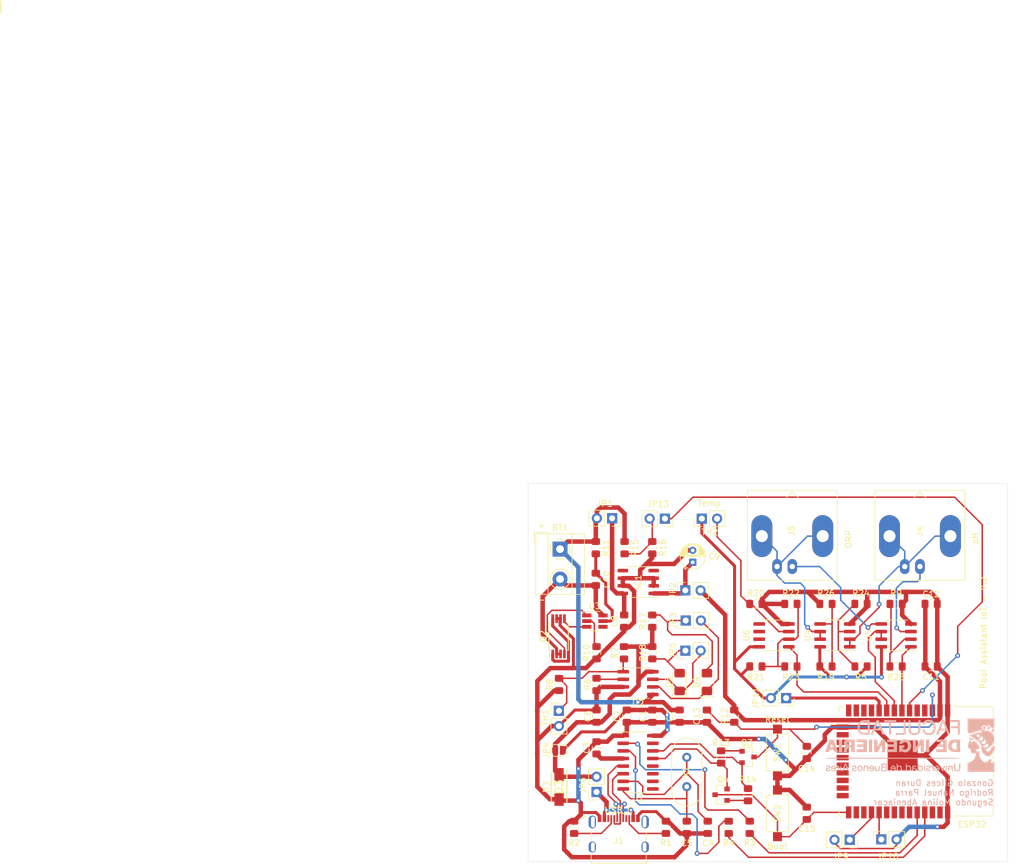
<source format=kicad_pcb>
(kicad_pcb (version 20171130) (host pcbnew "(5.1.2)-1")
  (layers (0 F.Cu mixed) (31 B.Cu mixed) (34 B.Paste user) (35 F.Paste user) (36 B.SilkS user) (37 F.SilkS user) (38 B.Mask user) (39 F.Mask user) (44 Edge.Cuts user))
  (net 0 "")
  (net 1 Batt+)
  (net 2 VBUS)
  (net 3 Batt-)
  (net 4 +3V3)
  (net 5 EN)
  (net 6 Boot)
  (net 7 "Net-(D4-Pad1)")
  (net 8 "Net-(D5-Pad1)")
  (net 9 "Net-(J1-PadB8)")
  (net 10 "Net-(J1-PadA5)")
  (net 11 "Net-(J1-PadA8)")
  (net 12 "Net-(J1-PadB5)")
  (net 13 "Net-(Q3-Pad1)")
  (net 14 RTS)
  (net 15 DTR)
  (net 16 "Net-(Q4-Pad1)")
  (net 17 "Net-(R10-Pad1)")
  (net 18 14)
  (net 19 13)
  (net 20 12)
  (net 21 11)
  (net 22 5)
  (net 23 4)
  (net 24 26)
  (net 25 27)
  (net 26 28)
  (net 27 29)
  (net 28 30)
  (net 29 31)
  (net 30 33)
  (net 31 36)
  (net 32 37)
  (net 33 24)
  (net 34 23)
  (net 35 16)
  (net 36 Rx)
  (net 37 Tx)
  (net 38 Temp)
  (net 39 "Net-(C5-Pad1)")
  (net 40 "Net-(Q2-Pad4)")
  (net 41 "Net-(Q2-Pad5)")
  (net 42 "Net-(U3-Pad4)")
  (net 43 "Net-(ESP32-Pad32)")
  (net 44 "Net-(ESP32-Pad22)")
  (net 45 "Net-(ESP32-Pad21)")
  (net 46 "Net-(ESP32-Pad20)")
  (net 47 "Net-(ESP32-Pad19)")
  (net 48 "Net-(ESP32-Pad18)")
  (net 49 "Net-(ESP32-Pad17)")
  (net 50 "Net-(C3-Pad1)")
  (net 51 "Net-(C4-Pad1)")
  (net 52 "Net-(C8-Pad1)")
  (net 53 "Net-(C9-Pad1)")
  (net 54 "Net-(C10-Pad1)")
  (net 55 D-)
  (net 56 D+)
  (net 57 "Net-(D4-Pad2)")
  (net 58 "Net-(Q2-Pad1)")
  (net 59 "Net-(R3-Pad2)")
  (net 60 "Net-(R4-Pad2)")
  (net 61 "Net-(R6-Pad1)")
  (net 62 "Net-(U1-Pad15)")
  (net 63 "Net-(U1-Pad12)")
  (net 64 "Net-(U1-Pad11)")
  (net 65 "Net-(U1-Pad10)")
  (net 66 "Net-(U1-Pad9)")
  (net 67 GND)
  (net 68 "Net-(C1-Pad1)")
  (net 69 "Net-(D5-Pad2)")
  (net 70 pH)
  (net 71 Cl)
  (net 72 Bat)
  (net 73 Vcc)
  (net 74 "Net-(IC1-Pad5)")
  (net 75 "Net-(IC1-Pad4)")
  (net 76 pH-)
  (net 77 pH+)
  (net 78 ORP-)
  (net 79 ORP+)
  (net 80 "Net-(R24-Pad1)")
  (net 81 "Net-(R7-Pad2)")
  (net 82 "Net-(R25-Pad1)")
  (net 83 "Net-(R19-Pad1)")
  (net 84 "Net-(R20-Pad2)")
  (net 85 "Net-(R21-Pad2)")
  (net 86 "Net-(ESP32-Pad10)")
  (net 87 "Net-(J1-PadA4-B9)")
  (net 88 "Net-(JP13-Pad2)")
  (module USB_C:12402012E212A (layer F.Cu) (at 103.124 139.446)
    (fp_text reference J1 (at -0.004 0.014) (layer F.SilkS))
    (fp_text value USB_C (at 0 -5.08) (layer F.SilkS))
    (fp_text user * (at -5.740001 -3.6703) (layer F.SilkS))
    (fp_text user * (at -5.740001 -3.6703) (layer F.SilkS))
    (pad 16 smd oval (at 4.42 1.08) (size 1.2 1.8034) (layers B.Cu B.Paste B.Mask))
    (pad 14 smd oval (at 4.42 -3.1) (size 1.2 2.1082) (layers B.Cu B.Paste B.Mask))
    (pad 15 smd oval (at -4.42 1.08) (size 1.2 1.8034) (layers B.Cu B.Paste B.Mask))
    (pad A1-B12 smd rect (at -3.200001 -3.6703) (size 0.6096 1.143) (layers F.Cu F.Paste F.Mask) (net 67 GND))
    (pad A4-B9 smd rect (at -2.4 -3.6703) (size 0.6096 1.143) (layers F.Cu F.Paste F.Mask) (net 87 "Net-(J1-PadA4-B9)"))
    (pad B8 smd rect (at -1.749999 -3.6703) (size 0.3048 1.143) (layers F.Cu F.Paste F.Mask) (net 9 "Net-(J1-PadB8)"))
    (pad A5 smd rect (at -1.25 -3.6703) (size 0.3048 1.143) (layers F.Cu F.Paste F.Mask) (net 10 "Net-(J1-PadA5)"))
    (pad B7 smd rect (at -0.750001 -3.6703) (size 0.3048 1.143) (layers F.Cu F.Paste F.Mask) (net 55 D-))
    (pad A6 smd rect (at -0.25 -3.6703) (size 0.3048 1.143) (layers F.Cu F.Paste F.Mask) (net 56 D+))
    (pad A7 smd rect (at 0.25 -3.6703) (size 0.3048 1.143) (layers F.Cu F.Paste F.Mask) (net 55 D-))
    (pad B6 smd rect (at 0.750001 -3.6703) (size 0.3048 1.143) (layers F.Cu F.Paste F.Mask) (net 56 D+))
    (pad A8 smd rect (at 1.25 -3.6703) (size 0.3048 1.143) (layers F.Cu F.Paste F.Mask) (net 11 "Net-(J1-PadA8)"))
    (pad B5 smd rect (at 1.749999 -3.6703) (size 0.3048 1.143) (layers F.Cu F.Paste F.Mask) (net 12 "Net-(J1-PadB5)"))
    (pad B4-A9 smd rect (at 2.4 -3.6703) (size 0.6096 1.143) (layers F.Cu F.Paste F.Mask) (net 87 "Net-(J1-PadA4-B9)"))
    (pad B1-A12 smd rect (at 3.199999 -3.6703) (size 0.6096 1.143) (layers F.Cu F.Paste F.Mask) (net 67 GND))
    (pad 13 smd oval (at -4.42 -3.1003) (size 1.2 2.1082) (layers F.Cu F.Paste F.Mask))
    (pad 14 smd oval (at 4.42 -3.1003) (size 1.2 2.1082) (layers F.Cu F.Paste F.Mask))
    (pad 15 smd oval (at -4.42 1.079701) (size 1.2 1.8034) (layers F.Cu F.Paste F.Mask))
    (pad 16 smd oval (at 4.42 1.079701) (size 1.2 1.8034) (layers F.Cu F.Paste F.Mask))
    (pad 17 np_thru_hole circle (at -2.889999 -2.6003) (size 0.6604 0.6604) (drill 0.6604) (layers *.Cu *.Mask))
    (pad 18 np_thru_hole circle (at 2.889999 -2.6003) (size 0.6604 0.6604) (drill 0.6604) (layers *.Cu *.Mask))
    (pad "" np_thru_hole oval (at 4.32 1.08) (size 0.6096 1.5) (drill oval 0.6096 1.5) (layers *.Cu *.Mask))
    (pad "" np_thru_hole oval (at 4.32 -3.1) (size 0.6096 1.8) (drill oval 0.6096 1.8) (layers *.Cu *.Mask))
    (pad "" np_thru_hole oval (at -4.32 1.08) (size 0.6096 1.5) (drill oval 0.6096 1.5) (layers *.Cu *.Mask))
    (pad "" np_thru_hole oval (at -4.32 -3.1) (size 0.6096 1.8) (drill oval 0.6096 1.8) (layers *.Cu *.Mask))
    (pad 13 smd oval (at -4.42 -3.1) (size 1.2 2.1082) (layers B.Cu B.Paste B.Mask))
  )
  (module Package_SO:SOIC-8_3.9x4.9mm_P1.27mm (layer F.Cu) (at 139.2 105.21 180)
    (fp_text reference U4 (at 4.572 0 90) (layer F.SilkS))
    (fp_text value LM358)
    (pad 1 smd roundrect (at -2.475 -1.905 180) (size 1.95 0.6) (layers F.Cu F.Paste F.Mask) (net 76 pH-))
    (pad 2 smd roundrect (at -2.475 -0.635 180) (size 1.95 0.6) (layers F.Cu F.Paste F.Mask) (net 76 pH-))
    (pad 3 smd roundrect (at -2.475 0.635 180) (size 1.95 0.6) (layers F.Cu F.Paste F.Mask) (net 80 "Net-(R24-Pad1)"))
    (pad 4 smd roundrect (at -2.475 1.905 180) (size 1.95 0.6) (layers F.Cu F.Paste F.Mask) (net 67 GND))
    (pad 5 smd roundrect (at 2.475 1.905 180) (size 1.95 0.6) (layers F.Cu F.Paste F.Mask) (net 83 "Net-(R19-Pad1)"))
    (pad 6 smd roundrect (at 2.475 0.635 180) (size 1.95 0.6) (layers F.Cu F.Paste F.Mask) (net 78 ORP-))
    (pad 7 smd roundrect (at 2.475 -0.635 180) (size 1.95 0.6) (layers F.Cu F.Paste F.Mask) (net 78 ORP-))
    (pad 8 smd roundrect (at 2.475 -1.905 180) (size 1.95 0.6) (layers F.Cu F.Paste F.Mask) (net 73 Vcc))
  )
  (module Resistor_SMD:R_0805_2012Metric_Pad1.15x1.40mm_HandSolder (layer F.Cu) (at 149.4 110.4)
    (fp_text reference R25 (at 0 1.778) (layer F.SilkS))
    (fp_text value 10k)
    (pad 2 smd roundrect (at 1.025 0) (size 1.15 1.4) (layers F.Cu F.Paste F.Mask) (roundrect_rratio 0.217391) (net 70 pH))
    (pad 1 smd roundrect (at -1.025 0) (size 1.15 1.4) (layers F.Cu F.Paste F.Mask) (roundrect_rratio 0.217391) (net 82 "Net-(R25-Pad1)"))
  )
  (module RF_Module:ESP32-WROOM-32 (layer F.Cu) (at 149.745 126.238 270)
    (fp_text reference ESP32 (at 10.492 -12.345) (layer F.SilkS))
    (fp_text value ESP32-WROOM-32)
    (pad 38 smd rect (at 8.5 -8.255 270) (size 2 0.9) (layers F.Cu F.Paste F.Mask) (net 67 GND))
    (pad 37 smd rect (at 8.5 -6.985 270) (size 2 0.9) (layers F.Cu F.Paste F.Mask) (net 32 37))
    (pad 36 smd rect (at 8.5 -5.715 270) (size 2 0.9) (layers F.Cu F.Paste F.Mask) (net 31 36))
    (pad 35 smd rect (at 8.5 -4.445 270) (size 2 0.9) (layers F.Cu F.Paste F.Mask) (net 37 Tx))
    (pad 34 smd rect (at 8.5 -3.175 270) (size 2 0.9) (layers F.Cu F.Paste F.Mask) (net 36 Rx))
    (pad 33 smd rect (at 8.5 -1.905 270) (size 2 0.9) (layers F.Cu F.Paste F.Mask) (net 30 33))
    (pad 32 smd rect (at 8.5 -0.635 270) (size 2 0.9) (layers F.Cu F.Paste F.Mask) (net 43 "Net-(ESP32-Pad32)"))
    (pad 31 smd rect (at 8.5 0.635 270) (size 2 0.9) (layers F.Cu F.Paste F.Mask) (net 29 31))
    (pad 30 smd rect (at 8.5 1.905 270) (size 2 0.9) (layers F.Cu F.Paste F.Mask) (net 28 30))
    (pad 29 smd rect (at 8.5 3.175 270) (size 2 0.9) (layers F.Cu F.Paste F.Mask) (net 27 29))
    (pad 28 smd rect (at 8.5 4.445 270) (size 2 0.9) (layers F.Cu F.Paste F.Mask) (net 26 28))
    (pad 27 smd rect (at 8.5 5.715 270) (size 2 0.9) (layers F.Cu F.Paste F.Mask) (net 25 27))
    (pad 26 smd rect (at 8.5 6.985 270) (size 2 0.9) (layers F.Cu F.Paste F.Mask) (net 24 26))
    (pad 25 smd rect (at 8.5 8.255 270) (size 2 0.9) (layers F.Cu F.Paste F.Mask) (net 6 Boot))
    (pad 24 smd rect (at 5.715 9.255) (size 2 0.9) (layers F.Cu F.Paste F.Mask) (net 33 24))
    (pad 23 smd rect (at 4.445 9.255) (size 2 0.9) (layers F.Cu F.Paste F.Mask) (net 34 23))
    (pad 22 smd rect (at 3.175 9.255) (size 2 0.9) (layers F.Cu F.Paste F.Mask) (net 44 "Net-(ESP32-Pad22)"))
    (pad 21 smd rect (at 1.905 9.255) (size 2 0.9) (layers F.Cu F.Paste F.Mask) (net 45 "Net-(ESP32-Pad21)"))
    (pad 20 smd rect (at 0.635 9.255) (size 2 0.9) (layers F.Cu F.Paste F.Mask) (net 46 "Net-(ESP32-Pad20)"))
    (pad 19 smd rect (at -0.635 9.255) (size 2 0.9) (layers F.Cu F.Paste F.Mask) (net 47 "Net-(ESP32-Pad19)"))
    (pad 18 smd rect (at -1.905 9.255) (size 2 0.9) (layers F.Cu F.Paste F.Mask) (net 48 "Net-(ESP32-Pad18)"))
    (pad 17 smd rect (at -3.175 9.255) (size 2 0.9) (layers F.Cu F.Paste F.Mask) (net 49 "Net-(ESP32-Pad17)"))
    (pad 16 smd rect (at -4.445 9.255) (size 2 0.9) (layers F.Cu F.Paste F.Mask) (net 35 16))
    (pad 15 smd rect (at -5.715 9.255) (size 2 0.9) (layers F.Cu F.Paste F.Mask) (net 67 GND))
    (pad 14 smd rect (at -8.5 8.255 270) (size 2 0.9) (layers F.Cu F.Paste F.Mask) (net 18 14))
    (pad 13 smd rect (at -8.5 6.985 270) (size 2 0.9) (layers F.Cu F.Paste F.Mask) (net 19 13))
    (pad 12 smd rect (at -8.5 5.715 270) (size 2 0.9) (layers F.Cu F.Paste F.Mask) (net 20 12))
    (pad 11 smd rect (at -8.5 4.445 270) (size 2 0.9) (layers F.Cu F.Paste F.Mask) (net 21 11))
    (pad 10 smd rect (at -8.5 3.175 270) (size 2 0.9) (layers F.Cu F.Paste F.Mask) (net 86 "Net-(ESP32-Pad10)"))
    (pad 9 smd rect (at -8.5 1.905 270) (size 2 0.9) (layers F.Cu F.Paste F.Mask) (net 38 Temp))
    (pad 8 smd rect (at -8.5 0.635 270) (size 2 0.9) (layers F.Cu F.Paste F.Mask) (net 71 Cl))
    (pad 7 smd rect (at -8.5 -0.635 270) (size 2 0.9) (layers F.Cu F.Paste F.Mask) (net 70 pH))
    (pad 6 smd rect (at -8.5 -1.905 270) (size 2 0.9) (layers F.Cu F.Paste F.Mask) (net 72 Bat))
    (pad 5 smd rect (at -8.5 -3.175 270) (size 2 0.9) (layers F.Cu F.Paste F.Mask) (net 22 5))
    (pad 4 smd rect (at -8.5 -4.445 270) (size 2 0.9) (layers F.Cu F.Paste F.Mask) (net 23 4))
    (pad 3 smd rect (at -8.5 -5.715 270) (size 2 0.9) (layers F.Cu F.Paste F.Mask) (net 5 EN))
    (pad 2 smd rect (at -8.5 -6.985 270) (size 2 0.9) (layers F.Cu F.Paste F.Mask) (net 4 +3V3))
    (pad 1 smd rect (at -8.5 -8.255 270) (size 2 0.9) (layers F.Cu F.Paste F.Mask) (net 67 GND))
    (pad 39 smd rect (at -1 -0.755 270) (size 5 5) (layers F.Cu F.Paste F.Mask))
  )
  (module LED_SMD:LED_1206_3216Metric_Pad1.42x1.75mm_HandSolder (layer F.Cu) (at 113.28 113 90)
    (fp_text reference D5 (at 0 -1.82 90) (layer F.SilkS))
    (fp_text value CHRG)
    (pad 2 smd roundrect (at 1.4875 0 90) (size 1.425 1.75) (layers F.Cu F.Paste F.Mask) (roundrect_rratio 0.175439) (net 69 "Net-(D5-Pad2)"))
    (pad 1 smd roundrect (at -1.4875 0 90) (size 1.425 1.75) (layers F.Cu F.Paste F.Mask) (roundrect_rratio 0.175439) (net 8 "Net-(D5-Pad1)"))
  )
  (module LED_SMD:LED_1206_3216Metric_Pad1.42x1.75mm_HandSolder (layer F.Cu) (at 117.84 113 90)
    (fp_text reference D4 (at 0 -1.82 90) (layer F.SilkS))
    (fp_text value READY)
    (pad 2 smd roundrect (at 1.4875 0 90) (size 1.425 1.75) (layers F.Cu F.Paste F.Mask) (roundrect_rratio 0.175439) (net 57 "Net-(D4-Pad2)"))
    (pad 1 smd roundrect (at -1.4875 0 90) (size 1.425 1.75) (layers F.Cu F.Paste F.Mask) (roundrect_rratio 0.175439) (net 7 "Net-(D4-Pad1)"))
  )
  (module Package_SO:SOIC-8_3.9x4.9mm_P1.27mm (layer F.Cu) (at 129.03 105.21 180)
    (fp_text reference U6 (at 4.6 0 90) (layer F.SilkS))
    (fp_text value LM358)
    (pad 1 smd roundrect (at -2.475 -1.905 180) (size 1.95 0.6) (layers F.Cu F.Paste F.Mask) (net 38 Temp))
    (pad 2 smd roundrect (at -2.475 -0.635 180) (size 1.95 0.6) (layers F.Cu F.Paste F.Mask) (net 85 "Net-(R21-Pad2)"))
    (pad 3 smd roundrect (at -2.475 0.635 180) (size 1.95 0.6) (layers F.Cu F.Paste F.Mask) (net 84 "Net-(R20-Pad2)"))
    (pad 4 smd roundrect (at -2.475 1.905 180) (size 1.95 0.6) (layers F.Cu F.Paste F.Mask) (net 67 GND))
    (pad 5 smd roundrect (at 2.475 1.905 180) (size 1.95 0.6) (layers F.Cu F.Paste F.Mask))
    (pad 6 smd roundrect (at 2.475 0.635 180) (size 1.95 0.6) (layers F.Cu F.Paste F.Mask))
    (pad 7 smd roundrect (at 2.475 -0.635 180) (size 1.95 0.6) (layers F.Cu F.Paste F.Mask))
    (pad 8 smd roundrect (at 2.475 -1.905 180) (size 1.95 0.6) (layers F.Cu F.Paste F.Mask) (net 73 Vcc))
  )
  (module Connector_PinSocket_2.54mm:PinSocket_1x02_P2.54mm_Vertical (layer F.Cu) (at 131.05 115.67 270)
    (fp_text reference JP11 (at 0 5.07 270) (layer F.SilkS))
    (fp_text value Jumper_NO)
    (pad 2 thru_hole oval (at 0 2.54 270) (size 1.7 1.7) (drill 1) (layers *.Cu *.Mask) (net 73 Vcc))
    (pad 1 thru_hole rect (at 0 0 270) (size 1.7 1.7) (drill 1) (layers *.Cu *.Mask) (net 86 "Net-(ESP32-Pad10)"))
  )
  (module Connector_PinSocket_2.54mm:PinSocket_1x02_P2.54mm_Vertical (layer F.Cu) (at 114.24 97.7 90)
    (fp_text reference JP2 (at 0 -2.1 90) (layer F.SilkS))
    (fp_text value Jumper_NO)
    (pad 2 thru_hole oval (at 0 2.54 90) (size 1.7 1.7) (drill 1) (layers *.Cu *.Mask) (net 4 +3V3))
    (pad 1 thru_hole rect (at 0 0 90) (size 1.7 1.7) (drill 1) (layers *.Cu *.Mask) (net 53 "Net-(C9-Pad1)"))
  )
  (module Resistor_SMD:R_0805_2012Metric_Pad1.15x1.40mm_HandSolder (layer F.Cu) (at 124.7 131.8 90)
    (fp_text reference R14 (at 2.56 -0.01) (layer F.SilkS))
    (fp_text value 10k)
    (pad 2 smd roundrect (at 1.025 0 90) (size 1.15 1.4) (layers F.Cu F.Paste F.Mask) (roundrect_rratio 0.217391) (net 14 RTS))
    (pad 1 smd roundrect (at -1.025 0 90) (size 1.15 1.4) (layers F.Cu F.Paste F.Mask) (roundrect_rratio 0.217391) (net 16 "Net-(Q4-Pad1)"))
  )
  (module Crystal:Crystal_HC18-U_Vertical (layer F.Cu) (at 114.476 125.555 270)
    (fp_text reference X1 (at 2.425 0.15 270) (layer F.SilkS))
    (fp_text value "12 MHz")
    (pad 2 thru_hole circle (at 4.9 0 270) (size 1.5 1.5) (drill 0.8) (layers *.Cu *.Mask) (net 39 "Net-(C5-Pad1)"))
    (pad 1 thru_hole circle (at 0 0 270) (size 1.5 1.5) (drill 0.8) (layers *.Cu *.Mask) (net 51 "Net-(C4-Pad1)"))
  )
  (module Capacitor_THT:CP_Radial_D4.0mm_P2.00mm (layer F.Cu) (at 115.47 93.02 90)
    (fp_text reference C9 (at 0.97 3.56 180) (layer F.SilkS))
    (fp_text value 10uF)
    (pad 2 thru_hole circle (at 2 0 90) (size 1.2 1.2) (drill 0.6) (layers *.Cu *.Mask) (net 67 GND))
    (pad 1 thru_hole rect (at 0 0 90) (size 1.2 1.2) (drill 0.6) (layers *.Cu *.Mask) (net 53 "Net-(C9-Pad1)"))
  )
  (module Package_SO:TSSOP-8_4.4x3mm_P0.65mm (layer F.Cu) (at 93.085 105.37 90)
    (fp_text reference Q2 (at 0 -2.53 90) (layer F.SilkS))
    (fp_text value 8205A)
    (pad 8 smd rect (at 2.95 -0.975 90) (size 1.45 0.45) (layers F.Cu F.Paste F.Mask) (net 58 "Net-(Q2-Pad1)"))
    (pad 7 smd rect (at 2.95 -0.325 90) (size 1.45 0.45) (layers F.Cu F.Paste F.Mask) (net 67 GND))
    (pad 6 smd rect (at 2.95 0.325 90) (size 1.45 0.45) (layers F.Cu F.Paste F.Mask) (net 67 GND))
    (pad 5 smd rect (at 2.95 0.975 90) (size 1.45 0.45) (layers F.Cu F.Paste F.Mask) (net 41 "Net-(Q2-Pad5)"))
    (pad 4 smd rect (at -2.95 0.975 90) (size 1.45 0.45) (layers F.Cu F.Paste F.Mask) (net 40 "Net-(Q2-Pad4)"))
    (pad 3 smd rect (at -2.95 0.325 90) (size 1.45 0.45) (layers F.Cu F.Paste F.Mask) (net 3 Batt-))
    (pad 2 smd rect (at -2.95 -0.325 90) (size 1.45 0.45) (layers F.Cu F.Paste F.Mask) (net 3 Batt-))
    (pad 1 smd rect (at -2.95 -0.975 90) (size 1.45 0.45) (layers F.Cu F.Paste F.Mask) (net 58 "Net-(Q2-Pad1)"))
  )
  (module Jumper:SolderJumper-2_P1.3mm_Open_RoundedPad1.0x1.5mm (layer F.Cu) (at 93.16 124.4 180)
    (fp_text reference JP4 (at 2.11 0 90) (layer F.SilkS))
    (fp_text value SolderJumper_NO)
    (pad 2 smd custom (at 0.65 0 180) (size 1 0.5) (layers F.Cu F.Mask) (net 2 VBUS) (options (clearance outline) (anchor rect)) (primitives (gr_circle (center 0 0.25) (end 0.5 0.25) (width 0)) (gr_circle (center 0 -0.25) (end 0.5 -0.25) (width 0)) (gr_poly (pts (xy 0 -0.75) (xy -0.5 -0.75) (xy -0.5 0.75) (xy 0 0.75)) (width 0))))
    (pad 1 smd custom (at -0.65 0 180) (size 1 0.5) (layers F.Cu F.Mask) (net 68 "Net-(C1-Pad1)") (options (clearance outline) (anchor rect)) (primitives (gr_circle (center 0 0.25) (end 0.5 0.25) (width 0)) (gr_circle (center 0 -0.25) (end 0.5 -0.25) (width 0)) (gr_poly (pts (xy 0 -0.75) (xy 0.5 -0.75) (xy 0.5 0.75) (xy 0 0.75)) (width 0))))
  )
  (module SMAJ5.0A:DIOM5026X229N (layer F.Cu) (at 93.16 130.5 270)
    (fp_text reference D3 (at 0 0 90) (layer F.SilkS) (effects (font (size 1.27 1.27) (thickness 0.254))))
    (fp_text value SMAJ5.0A hide)
    (pad 2 smd rect (at 2.05 0) (size 1.55 2.2) (layers F.Cu F.Paste F.Mask) (net 67 GND))
    (pad 1 smd rect (at -2.05 0) (size 1.55 2.2) (layers F.Cu F.Paste F.Mask) (net 2 VBUS))
  )
  (module Resistor_SMD:R_0805_2012Metric_Pad1.15x1.40mm_HandSolder (layer F.Cu) (at 104.1 90.58 270)
    (fp_text reference R15 (at 0.025 -1.725 90) (layer F.SilkS))
    (fp_text value 39k)
    (pad 2 smd roundrect (at 1.025 0 270) (size 1.15 1.4) (layers F.Cu F.Paste F.Mask) (roundrect_rratio 0.217391) (net 88 "Net-(JP13-Pad2)"))
    (pad 1 smd roundrect (at -1.025 0 270) (size 1.15 1.4) (layers F.Cu F.Paste F.Mask) (roundrect_rratio 0.217391) (net 1 Batt+))
  )
  (module Package_TO_SOT_SMD:SOT-23-6_Handsoldering (layer F.Cu) (at 99.14 102.83)
    (fp_text reference U3 (at -0.01 -2.5) (layer F.SilkS))
    (fp_text value DW01A)
    (pad 5 smd rect (at 1.35 0) (size 1.56 0.65) (layers F.Cu F.Paste F.Mask) (net 54 "Net-(C10-Pad1)"))
    (pad 6 smd rect (at 1.35 -0.95) (size 1.56 0.65) (layers F.Cu F.Paste F.Mask) (net 3 Batt-))
    (pad 4 smd rect (at 1.35 0.95) (size 1.56 0.65) (layers F.Cu F.Paste F.Mask) (net 42 "Net-(U3-Pad4)"))
    (pad 3 smd rect (at -1.35 0.95) (size 1.56 0.65) (layers F.Cu F.Paste F.Mask) (net 41 "Net-(Q2-Pad5)"))
    (pad 2 smd rect (at -1.35 0) (size 1.56 0.65) (layers F.Cu F.Paste F.Mask) (net 17 "Net-(R10-Pad1)"))
    (pad 1 smd rect (at -1.35 -0.95) (size 1.56 0.65) (layers F.Cu F.Paste F.Mask) (net 40 "Net-(Q2-Pad4)"))
  )
  (module MountingHole:MountingHole_2.2mm_M2_ISO7380 (layer F.Cu) (at 164.5 83.7)
    (fp_text reference Hole2)
    (fp_text value MountingHole_2.2mm_M2_ISO7380)
    (pad 1 np_thru_hole circle (at 0 0) (size 2.2 2.2) (drill 2.2) (layers *.Cu *.Mask))
  )
  (module MountingHole:MountingHole_2.2mm_M2_ISO7380 (layer F.Cu) (at 164.5 139.3)
    (fp_text reference Hole2)
    (fp_text value MountingHole_2.2mm_M2_ISO7380)
    (pad 1 np_thru_hole circle (at 0 0) (size 2.2 2.2) (drill 2.2) (layers *.Cu *.Mask))
  )
  (module MountingHole:MountingHole_2.2mm_M2_ISO7380 (layer F.Cu) (at 91.4 139.3)
    (fp_text reference Hole2)
    (fp_text value MountingHole_2.2mm_M2_ISO7380)
    (pad 1 np_thru_hole circle (at 0 0) (size 2.2 2.2) (drill 2.2) (layers *.Cu *.Mask))
  )
  (module MountingHole:MountingHole_2.2mm_M2_ISO7380 (layer F.Cu) (at 91.4 83.7)
    (fp_text reference Hole2)
    (fp_text value MountingHole_2.2mm_M2_ISO7380)
    (pad 1 np_thru_hole circle (at 0 0) (size 2.2 2.2) (drill 2.2) (layers *.Cu *.Mask))
  )
  (module FIUBA:FIUBA (layer B.Cu) (at 151.945 123.049 180)
    (fp_text reference G*** hide)
    (fp_text value LOGO hide)
  )
  (module Resistor_SMD:R_0805_2012Metric_Pad1.15x1.40mm_HandSolder (layer F.Cu) (at 95.68 137.238 90)
    (fp_text reference R2 (at -2.592 0.004 180) (layer F.SilkS))
    (fp_text value 5.1k)
    (pad 2 smd roundrect (at 1.025 0 90) (size 1.15 1.4) (layers F.Cu F.Paste F.Mask) (roundrect_rratio 0.217391) (net 67 GND))
    (pad 1 smd roundrect (at -1.025 0 90) (size 1.15 1.4) (layers F.Cu F.Paste F.Mask) (roundrect_rratio 0.217391) (net 10 "Net-(J1-PadA5)"))
  )
  (module Resistor_SMD:R_0805_2012Metric_Pad1.15x1.40mm_HandSolder (layer F.Cu) (at 110.998 137.238 90)
    (fp_text reference R1 (at -2.592 0 180) (layer F.SilkS))
    (fp_text value 5.1k)
    (pad 2 smd roundrect (at 1.025 0 90) (size 1.15 1.4) (layers F.Cu F.Paste F.Mask) (roundrect_rratio 0.217391) (net 67 GND))
    (pad 1 smd roundrect (at -1.025 0 90) (size 1.15 1.4) (layers F.Cu F.Paste F.Mask) (roundrect_rratio 0.217391) (net 12 "Net-(J1-PadB5)"))
  )
  (module Connector_PinSocket_2.54mm:PinSocket_1x02_P2.54mm_Vertical (layer F.Cu) (at 110.83 85.73 270)
    (fp_text reference JP13 (at -2.44 1.15) (layer F.SilkS))
    (fp_text value Jumper_NO)
    (pad 2 thru_hole oval (at 0 2.54 270) (size 1.7 1.7) (drill 1) (layers *.Cu *.Mask) (net 88 "Net-(JP13-Pad2)"))
    (pad 1 thru_hole rect (at 0 0 270) (size 1.7 1.7) (drill 1) (layers *.Cu *.Mask) (net 72 Bat))
  )
  (module Connector_PinSocket_2.54mm:PinSocket_1x02_P2.54mm_Vertical (layer F.Cu) (at 146.939 139.2555 90)
    (fp_text reference JP10 (at -2.8575 1.0795 180) (layer F.SilkS))
    (fp_text value Jumper_NO)
    (pad 2 thru_hole oval (at 0 2.54 90) (size 1.7 1.7) (drill 1) (layers *.Cu *.Mask) (net 67 GND))
    (pad 1 thru_hole rect (at 0 0 90) (size 1.7 1.7) (drill 1) (layers *.Cu *.Mask) (net 27 29))
  )
  (module Connector_PinSocket_2.54mm:PinSocket_1x02_P2.54mm_Vertical (layer F.Cu) (at 141.6685 139.319 270)
    (fp_text reference JP9 (at 2.794 1.524 180) (layer F.SilkS))
    (fp_text value Jumper_NO)
    (pad 2 thru_hole oval (at 0 2.54 270) (size 1.7 1.7) (drill 1) (layers *.Cu *.Mask) (net 67 GND))
    (pad 1 thru_hole rect (at 0 0 270) (size 1.7 1.7) (drill 1) (layers *.Cu *.Mask) (net 26 28))
  )
  (module Connector_PinSocket_2.54mm:PinSocket_1x02_P2.54mm_Vertical (layer F.Cu) (at 99.42 131.34 180)
    (fp_text reference JP6 (at 2.28 1.11 90) (layer F.SilkS))
    (fp_text value Jumper_NO)
    (pad 1 thru_hole rect (at 0 0 180) (size 1.7 1.7) (drill 1) (layers *.Cu *.Mask) (net 87 "Net-(J1-PadA4-B9)"))
    (pad 2 thru_hole oval (at 0 2.54 180) (size 1.7 1.7) (drill 1) (layers *.Cu *.Mask) (net 2 VBUS))
  )
  (module Button_Switch_SMD:SW_SPST_CK_RS282G05A3 (layer F.Cu) (at 129.61 124.75 270)
    (fp_text reference SW1 (at 0 0.056 90) (layer F.SilkS))
    (fp_text value Reset)
    (pad 2 smd rect (at 3.9 0 270) (size 1.5 1.5) (layers F.Cu F.Paste F.Mask) (net 67 GND))
    (pad 1 smd rect (at -3.9 0 270) (size 1.5 1.5) (layers F.Cu F.Paste F.Mask) (net 5 EN))
  )
  (module Connector_Coaxial:BNC_Amphenol_B6252HB-NPP3G-50_Horizontal (layer F.Cu) (at 132.08 93.726)
    (fp_text reference J5 (at -0.127 -5.969 90) (layer F.SilkS))
    (fp_text value ORP)
    (pad 2 thru_hole oval (at -2.54 0) (size 1.6 2.5) (drill 0.89) (layers *.Cu *.Mask) (net 78 ORP-))
    (pad 1 thru_hole oval (at 0 0) (size 1.6 2.5) (drill 0.89) (layers *.Cu *.Mask) (net 79 ORP+))
    (pad 2 thru_hole oval (at 5.08 -5.08) (size 3.5 7) (drill 2.01) (layers *.Cu *.Mask) (net 78 ORP-))
    (pad 2 thru_hole oval (at -5.08 -5.08) (size 3.5 7) (drill 2.01) (layers *.Cu *.Mask) (net 78 ORP-))
  )
  (module Connector_Coaxial:BNC_Amphenol_B6252HB-NPP3G-50_Horizontal (layer F.Cu) (at 153.386 93.726)
    (fp_text reference J4 (at -0.097 -5.842 90) (layer F.SilkS))
    (fp_text value pH)
    (pad 2 thru_hole oval (at -2.54 0) (size 1.6 2.5) (drill 0.89) (layers *.Cu *.Mask) (net 76 pH-))
    (pad 1 thru_hole oval (at 0 0) (size 1.6 2.5) (drill 0.89) (layers *.Cu *.Mask) (net 77 pH+))
    (pad 2 thru_hole oval (at 5.08 -5.08) (size 3.5 7) (drill 2.01) (layers *.Cu *.Mask) (net 76 pH-))
    (pad 2 thru_hole oval (at -5.08 -5.08) (size 3.5 7) (drill 2.01) (layers *.Cu *.Mask) (net 76 pH-))
  )
  (module Package_SO:SOIC-16_3.9x9.9mm_P1.27mm (layer F.Cu) (at 106.34 126.39)
    (fp_text reference U1 (at 0.02 5.94) (layer F.SilkS))
    (fp_text value CH340G)
    (pad 16 smd roundrect (at 2.475 -4.445) (size 1.95 0.6) (layers F.Cu F.Paste F.Mask) (net 68 "Net-(C1-Pad1)"))
    (pad 15 smd roundrect (at 2.475 -3.175) (size 1.95 0.6) (layers F.Cu F.Paste F.Mask) (net 62 "Net-(U1-Pad15)"))
    (pad 14 smd roundrect (at 2.475 -1.905) (size 1.95 0.6) (layers F.Cu F.Paste F.Mask) (net 14 RTS))
    (pad 13 smd roundrect (at 2.475 -0.635) (size 1.95 0.6) (layers F.Cu F.Paste F.Mask) (net 15 DTR))
    (pad 12 smd roundrect (at 2.475 0.635) (size 1.95 0.6) (layers F.Cu F.Paste F.Mask) (net 63 "Net-(U1-Pad12)"))
    (pad 11 smd roundrect (at 2.475 1.905) (size 1.95 0.6) (layers F.Cu F.Paste F.Mask) (net 64 "Net-(U1-Pad11)"))
    (pad 10 smd roundrect (at 2.475 3.175) (size 1.95 0.6) (layers F.Cu F.Paste F.Mask) (net 65 "Net-(U1-Pad10)"))
    (pad 9 smd roundrect (at 2.475 4.445) (size 1.95 0.6) (layers F.Cu F.Paste F.Mask) (net 66 "Net-(U1-Pad9)"))
    (pad 8 smd roundrect (at -2.475 4.445) (size 1.95 0.6) (layers F.Cu F.Paste F.Mask) (net 39 "Net-(C5-Pad1)"))
    (pad 7 smd roundrect (at -2.475 3.175) (size 1.95 0.6) (layers F.Cu F.Paste F.Mask) (net 51 "Net-(C4-Pad1)"))
    (pad 6 smd roundrect (at -2.475 1.905) (size 1.95 0.6) (layers F.Cu F.Paste F.Mask) (net 55 D-))
    (pad 5 smd roundrect (at -2.475 0.635) (size 1.95 0.6) (layers F.Cu F.Paste F.Mask) (net 56 D+))
    (pad 4 smd roundrect (at -2.475 -0.635) (size 1.95 0.6) (layers F.Cu F.Paste F.Mask) (net 50 "Net-(C3-Pad1)"))
    (pad 3 smd roundrect (at -2.475 -1.905) (size 1.95 0.6) (layers F.Cu F.Paste F.Mask) (net 60 "Net-(R4-Pad2)"))
    (pad 2 smd roundrect (at -2.475 -3.175) (size 1.95 0.6) (layers F.Cu F.Paste F.Mask) (net 59 "Net-(R3-Pad2)"))
    (pad 1 smd roundrect (at -2.475 -4.445) (size 1.95 0.6) (layers F.Cu F.Paste F.Mask) (net 67 GND))
  )
  (module Package_SO:SOIC-8_3.9x4.9mm_P1.27mm (layer F.Cu) (at 149.4 105.21 180)
    (fp_text reference U5 (at 4.572 0 90) (layer F.SilkS))
    (fp_text value TLC272)
    (pad 8 smd roundrect (at 2.475 -1.905 180) (size 1.95 0.6) (layers F.Cu F.Paste F.Mask) (net 73 Vcc))
    (pad 7 smd roundrect (at 2.475 -0.635 180) (size 1.95 0.6) (layers F.Cu F.Paste F.Mask) (net 71 Cl))
    (pad 6 smd roundrect (at 2.475 0.635 180) (size 1.95 0.6) (layers F.Cu F.Paste F.Mask) (net 71 Cl))
    (pad 5 smd roundrect (at 2.475 1.905 180) (size 1.95 0.6) (layers F.Cu F.Paste F.Mask) (net 79 ORP+))
    (pad 4 smd roundrect (at -2.475 1.905 180) (size 1.95 0.6) (layers F.Cu F.Paste F.Mask) (net 67 GND))
    (pad 3 smd roundrect (at -2.475 0.635 180) (size 1.95 0.6) (layers F.Cu F.Paste F.Mask) (net 77 pH+))
    (pad 2 smd roundrect (at -2.475 -0.635 180) (size 1.95 0.6) (layers F.Cu F.Paste F.Mask) (net 82 "Net-(R25-Pad1)"))
    (pad 1 smd roundrect (at -2.475 -1.905 180) (size 1.95 0.6) (layers F.Cu F.Paste F.Mask) (net 70 pH))
  )
  (module Connector_PinHeader_2.54mm:PinHeader_1x02_P2.54mm_Vertical (layer F.Cu) (at 116.99 85.73 90)
    (fp_text reference TH2 (at -2.27 1.3 180) (layer F.SilkS))
    (fp_text value NTC2)
    (pad 2 thru_hole oval (at 0 2.54 90) (size 1.7 1.7) (drill 1) (layers *.Cu *.Mask) (net 84 "Net-(R20-Pad2)"))
    (pad 1 thru_hole rect (at 0 0 90) (size 1.7 1.7) (drill 1) (layers *.Cu *.Mask) (net 73 Vcc))
  )
  (module Connector_PinHeader_2.54mm:PinHeader_1x02_P2.54mm_Vertical (layer F.Cu) (at 93.14 117.8)
    (fp_text reference TH1 (at -2.28 1.12 90) (layer F.SilkS))
    (fp_text value NTC)
    (pad 2 thru_hole oval (at 0 2.54) (size 1.7 1.7) (drill 1) (layers *.Cu *.Mask) (net 67 GND))
    (pad 1 thru_hole rect (at 0 0) (size 1.7 1.7) (drill 1) (layers *.Cu *.Mask) (net 81 "Net-(R7-Pad2)"))
  )
  (module Button_Switch_SMD:SW_SPST_CK_RS282G05A3 (layer F.Cu) (at 129.61 134.9 90)
    (fp_text reference SW2 (at 0 0 90) (layer F.SilkS))
    (fp_text value Boot)
    (pad 2 smd rect (at 3.9 0 90) (size 1.5 1.5) (layers F.Cu F.Paste F.Mask) (net 67 GND))
    (pad 1 smd rect (at -3.9 0 90) (size 1.5 1.5) (layers F.Cu F.Paste F.Mask) (net 6 Boot))
  )
  (module Resistor_SMD:R_0805_2012Metric_Pad1.15x1.40mm_HandSolder (layer F.Cu) (at 137.7 99.96 180)
    (fp_text reference R26 (at 0 1.778 180) (layer F.SilkS))
    (fp_text value R_Small)
    (pad 2 smd roundrect (at 1.025 0 180) (size 1.15 1.4) (layers F.Cu F.Paste F.Mask) (roundrect_rratio 0.217391) (net 67 GND))
    (pad 1 smd roundrect (at -1.025 0 180) (size 1.15 1.4) (layers F.Cu F.Paste F.Mask) (roundrect_rratio 0.217391) (net 83 "Net-(R19-Pad1)"))
  )
  (module Resistor_SMD:R_0805_2012Metric_Pad1.15x1.40mm_HandSolder (layer F.Cu) (at 143.55 99.96)
    (fp_text reference R24 (at -0.009 -1.778) (layer F.SilkS))
    (fp_text value R_Small)
    (pad 2 smd roundrect (at 1.025 0) (size 1.15 1.4) (layers F.Cu F.Paste F.Mask) (roundrect_rratio 0.217391) (net 67 GND))
    (pad 1 smd roundrect (at -1.025 0) (size 1.15 1.4) (layers F.Cu F.Paste F.Mask) (roundrect_rratio 0.217391) (net 80 "Net-(R24-Pad1)"))
  )
  (module Resistor_SMD:R_0805_2012Metric_Pad1.15x1.40mm_HandSolder (layer F.Cu) (at 131.85 110.4 180)
    (fp_text reference R23 (at 0 -1.778) (layer F.SilkS))
    (fp_text value 27k)
    (pad 2 smd roundrect (at 1.025 0 180) (size 1.15 1.4) (layers F.Cu F.Paste F.Mask) (roundrect_rratio 0.217391) (net 85 "Net-(R21-Pad2)"))
    (pad 1 smd roundrect (at -1.025 0 180) (size 1.15 1.4) (layers F.Cu F.Paste F.Mask) (roundrect_rratio 0.217391) (net 38 Temp))
  )
  (module Resistor_SMD:R_0805_2012Metric_Pad1.15x1.40mm_HandSolder (layer F.Cu) (at 131.85 99.96 180)
    (fp_text reference R22 (at 0 1.778) (layer F.SilkS))
    (fp_text value 150k)
    (pad 2 smd roundrect (at 1.025 0 180) (size 1.15 1.4) (layers F.Cu F.Paste F.Mask) (roundrect_rratio 0.217391) (net 67 GND))
    (pad 1 smd roundrect (at -1.025 0 180) (size 1.15 1.4) (layers F.Cu F.Paste F.Mask) (roundrect_rratio 0.217391) (net 85 "Net-(R21-Pad2)"))
  )
  (module Resistor_SMD:R_0805_2012Metric_Pad1.15x1.40mm_HandSolder (layer F.Cu) (at 126 110.4)
    (fp_text reference R21 (at 0 1.778) (layer F.SilkS))
    (fp_text value 180k)
    (pad 2 smd roundrect (at 1.025 0) (size 1.15 1.4) (layers F.Cu F.Paste F.Mask) (roundrect_rratio 0.217391) (net 85 "Net-(R21-Pad2)"))
    (pad 1 smd roundrect (at -1.025 0) (size 1.15 1.4) (layers F.Cu F.Paste F.Mask) (roundrect_rratio 0.217391) (net 73 Vcc))
  )
  (module Resistor_SMD:R_0805_2012Metric_Pad1.15x1.40mm_HandSolder (layer F.Cu) (at 126 99.96 180)
    (fp_text reference R20 (at 0 1.778) (layer F.SilkS))
    (fp_text value 4k7)
    (pad 2 smd roundrect (at 1.025 0 180) (size 1.15 1.4) (layers F.Cu F.Paste F.Mask) (roundrect_rratio 0.217391) (net 84 "Net-(R20-Pad2)"))
    (pad 1 smd roundrect (at -1.025 0 180) (size 1.15 1.4) (layers F.Cu F.Paste F.Mask) (roundrect_rratio 0.217391) (net 67 GND))
  )
  (module Resistor_SMD:R_0805_2012Metric_Pad1.15x1.40mm_HandSolder (layer F.Cu) (at 137.7 110.4 180)
    (fp_text reference R19 (at 0 -1.778) (layer F.SilkS))
    (fp_text value 50K)
    (pad 1 smd roundrect (at -1.025 0 180) (size 1.15 1.4) (layers F.Cu F.Paste F.Mask) (roundrect_rratio 0.217391) (net 83 "Net-(R19-Pad1)"))
    (pad 2 smd roundrect (at 1.025 0 180) (size 1.15 1.4) (layers F.Cu F.Paste F.Mask) (roundrect_rratio 0.217391) (net 73 Vcc))
  )
  (module Resistor_SMD:R_0805_2012Metric_Pad1.15x1.40mm_HandSolder (layer F.Cu) (at 108.72 108.111 270)
    (fp_text reference R18 (at -0.001 1.6 90) (layer F.SilkS))
    (fp_text value 220)
    (pad 2 smd roundrect (at 1.025 0 270) (size 1.15 1.4) (layers F.Cu F.Paste F.Mask) (roundrect_rratio 0.217391) (net 69 "Net-(D5-Pad2)"))
    (pad 1 smd roundrect (at -1.025 0 270) (size 1.15 1.4) (layers F.Cu F.Paste F.Mask) (roundrect_rratio 0.217391) (net 2 VBUS))
  )
  (module Resistor_SMD:R_0805_2012Metric_Pad1.15x1.40mm_HandSolder (layer F.Cu) (at 108.72 102.83 90)
    (fp_text reference R17 (at 0 -1.59 90) (layer F.SilkS))
    (fp_text value 220)
    (pad 1 smd roundrect (at -1.025 0 90) (size 1.15 1.4) (layers F.Cu F.Paste F.Mask) (roundrect_rratio 0.217391) (net 2 VBUS))
    (pad 2 smd roundrect (at 1.025 0 90) (size 1.15 1.4) (layers F.Cu F.Paste F.Mask) (roundrect_rratio 0.217391) (net 57 "Net-(D4-Pad2)"))
  )
  (module Resistor_SMD:R_0805_2012Metric_Pad1.15x1.40mm_HandSolder (layer F.Cu) (at 149.4 99.96 180)
    (fp_text reference R9 (at 0 1.778) (layer F.SilkS))
    (fp_text value 10k)
    (pad 2 smd roundrect (at 1.025 0 180) (size 1.15 1.4) (layers F.Cu F.Paste F.Mask) (roundrect_rratio 0.217391) (net 82 "Net-(R25-Pad1)"))
    (pad 1 smd roundrect (at -1.025 0 180) (size 1.15 1.4) (layers F.Cu F.Paste F.Mask) (roundrect_rratio 0.217391) (net 67 GND))
  )
  (module Resistor_SMD:R_0805_2012Metric_Pad1.15x1.40mm_HandSolder (layer F.Cu) (at 143.55 110.4)
    (fp_text reference R5 (at 0 1.778 180) (layer F.SilkS))
    (fp_text value 50K)
    (pad 2 smd roundrect (at 1.025 0) (size 1.15 1.4) (layers F.Cu F.Paste F.Mask) (roundrect_rratio 0.217391) (net 73 Vcc))
    (pad 1 smd roundrect (at -1.025 0) (size 1.15 1.4) (layers F.Cu F.Paste F.Mask) (roundrect_rratio 0.217391) (net 80 "Net-(R24-Pad1)"))
  )
  (module Connector_PinHeader_2.54mm:PinHeader_1x02_P2.54mm_Vertical (layer F.Cu) (at 114.25 107.75 90)
    (fp_text reference JP5 (at 0 -2.15 90) (layer F.SilkS))
    (fp_text value CHRG)
    (pad 2 thru_hole oval (at 0 2.54 90) (size 1.7 1.7) (drill 1) (layers *.Cu *.Mask) (net 8 "Net-(D5-Pad1)"))
    (pad 1 thru_hole rect (at 0 0 90) (size 1.7 1.7) (drill 1) (layers *.Cu *.Mask) (net 69 "Net-(D5-Pad2)"))
  )
  (module Connector_PinHeader_2.54mm:PinHeader_1x02_P2.54mm_Vertical (layer F.Cu) (at 114.3 102.73 90)
    (fp_text reference JP3 (at 0 -2.12 90) (layer F.SilkS))
    (fp_text value READY)
    (pad 1 thru_hole rect (at 0 0 90) (size 1.7 1.7) (drill 1) (layers *.Cu *.Mask) (net 57 "Net-(D4-Pad2)"))
    (pad 2 thru_hole oval (at 0 2.54 90) (size 1.7 1.7) (drill 1) (layers *.Cu *.Mask) (net 7 "Net-(D4-Pad1)"))
  )
  (module Package_SO:SO-8_3.9x4.9mm_P1.27mm (layer F.Cu) (at 106.38 96.305 180)
    (fp_text reference IC1 (at 0 0 90) (layer F.SilkS))
    (fp_text value KF33BD-TR)
    (pad 8 smd roundrect (at 2.575 -1.905 180) (size 1.75 0.6) (layers F.Cu F.Paste F.Mask) (net 52 "Net-(C8-Pad1)"))
    (pad 7 smd roundrect (at 2.575 -0.635 180) (size 1.75 0.6) (layers F.Cu F.Paste F.Mask) (net 67 GND))
    (pad 6 smd roundrect (at 2.575 0.635 180) (size 1.75 0.6) (layers F.Cu F.Paste F.Mask) (net 67 GND))
    (pad 5 smd roundrect (at 2.575 1.905 180) (size 1.75 0.6) (layers F.Cu F.Paste F.Mask) (net 74 "Net-(IC1-Pad5)"))
    (pad 4 smd roundrect (at -2.575 1.905 180) (size 1.75 0.6) (layers F.Cu F.Paste F.Mask) (net 75 "Net-(IC1-Pad4)"))
    (pad 3 smd roundrect (at -2.575 0.635 180) (size 1.75 0.6) (layers F.Cu F.Paste F.Mask) (net 67 GND))
    (pad 2 smd roundrect (at -2.575 -0.635 180) (size 1.75 0.6) (layers F.Cu F.Paste F.Mask) (net 67 GND))
    (pad 1 smd roundrect (at -2.575 -1.905 180) (size 1.75 0.6) (layers F.Cu F.Paste F.Mask) (net 53 "Net-(C9-Pad1)"))
  )
  (module Resistor_SMD:R_0805_2012Metric_Pad1.15x1.40mm_HandSolder (layer F.Cu) (at 108.72 90.58 270)
    (fp_text reference R16 (at 0 -1.778 90) (layer F.SilkS))
    (fp_text value 50k)
    (pad 2 smd roundrect (at 1.025 0 270) (size 1.15 1.4) (layers F.Cu F.Paste F.Mask) (roundrect_rratio 0.217391) (net 67 GND))
    (pad 1 smd roundrect (at -1.025 0 270) (size 1.15 1.4) (layers F.Cu F.Paste F.Mask) (roundrect_rratio 0.217391) (net 88 "Net-(JP13-Pad2)"))
  )
  (module Capacitor_SMD:C_0805_2012Metric_Pad1.15x1.40mm_HandSolder (layer F.Cu) (at 117.84 118.69 270)
    (fp_text reference C13 (at 0 1.68 90) (layer F.SilkS))
    (fp_text value 1u)
    (pad 2 smd roundrect (at 1.025 0 270) (size 1.15 1.4) (layers F.Cu F.Paste F.Mask) (roundrect_rratio 0.217391) (net 67 GND))
    (pad 1 smd roundrect (at -1.025 0 270) (size 1.15 1.4) (layers F.Cu F.Paste F.Mask) (roundrect_rratio 0.217391) (net 5 EN))
  )
  (module Resistor_SMD:R_0805_2012Metric_Pad1.15x1.40mm_HandSolder (layer F.Cu) (at 122.4 118.68 270)
    (fp_text reference R12 (at 0 1.62 90) (layer F.SilkS))
    (fp_text value 10k)
    (pad 2 smd roundrect (at 1.025 0 270) (size 1.15 1.4) (layers F.Cu F.Paste F.Mask) (roundrect_rratio 0.217391) (net 5 EN))
    (pad 1 smd roundrect (at -1.025 0 270) (size 1.15 1.4) (layers F.Cu F.Paste F.Mask) (roundrect_rratio 0.217391) (net 4 +3V3))
  )
  (module Resistor_SMD:R_0805_2012Metric_Pad1.15x1.40mm_HandSolder (layer F.Cu) (at 99.42 113.4 270)
    (fp_text reference R6 (at 0 1.51 270) (layer F.SilkS))
    (fp_text value 1.2k)
    (pad 1 smd roundrect (at -1.025 0 270) (size 1.15 1.4) (layers F.Cu F.Paste F.Mask) (roundrect_rratio 0.217391) (net 61 "Net-(R6-Pad1)"))
    (pad 2 smd roundrect (at 1.025 0 270) (size 1.15 1.4) (layers F.Cu F.Paste F.Mask) (roundrect_rratio 0.217391) (net 67 GND))
  )
  (module TerminalBlock_MetzConnect:TerminalBlock_MetzConnect_Type055_RT01502HDWU_1x02_P5.00mm_Horizontal (layer F.Cu) (at 93.33 90.815 270)
    (fp_text reference BT1 (at -3.6 0 180) (layer F.SilkS))
    (fp_text value LCR26650)
    (pad 2 thru_hole circle (at 5 0 270) (size 2.5 2.5) (drill 1.3) (layers *.Cu *.Mask) (net 3 Batt-))
    (pad 1 thru_hole rect (at 0 0 270) (size 2.5 2.5) (drill 1.3) (layers *.Cu *.Mask) (net 1 Batt+))
  )
  (module Capacitor_SMD:C_0805_2012Metric_Pad1.15x1.40mm_HandSolder (layer F.Cu) (at 104.03 102.83 270)
    (fp_text reference C8 (at 0 1.61 270) (layer F.SilkS))
    (fp_text value 1uF)
    (pad 1 smd roundrect (at -1.025 0 270) (size 1.15 1.4) (layers F.Cu F.Paste F.Mask) (roundrect_rratio 0.217391) (net 52 "Net-(C8-Pad1)"))
    (pad 2 smd roundrect (at 1.025 0 270) (size 1.15 1.4) (layers F.Cu F.Paste F.Mask) (roundrect_rratio 0.217391) (net 67 GND))
  )
  (module Capacitor_SMD:C_0805_2012Metric_Pad1.15x1.40mm_HandSolder (layer F.Cu) (at 99.42 118.685 90)
    (fp_text reference C6 (at -0.01 -1.46 90) (layer F.SilkS))
    (fp_text value 10uF)
    (pad 2 smd roundrect (at 1.025 0 90) (size 1.15 1.4) (layers F.Cu F.Paste F.Mask) (roundrect_rratio 0.217391) (net 67 GND))
    (pad 1 smd roundrect (at -1.025 0 90) (size 1.15 1.4) (layers F.Cu F.Paste F.Mask) (roundrect_rratio 0.217391) (net 2 VBUS))
  )
  (module Resistor_SMD:R_0805_2012Metric_Pad1.15x1.40mm_HandSolder (layer F.Cu) (at 104 108.111 270)
    (fp_text reference R7 (at -0.01 1.57 270) (layer F.SilkS))
    (fp_text value RT1)
    (pad 2 smd roundrect (at 1.025 0 270) (size 1.15 1.4) (layers F.Cu F.Paste F.Mask) (roundrect_rratio 0.217391) (net 81 "Net-(R7-Pad2)"))
    (pad 1 smd roundrect (at -1.025 0 270) (size 1.15 1.4) (layers F.Cu F.Paste F.Mask) (roundrect_rratio 0.217391) (net 2 VBUS))
  )
  (module Resistor_SMD:R_0805_2012Metric_Pad1.15x1.40mm_HandSolder (layer F.Cu) (at 93.16 113.4 270)
    (fp_text reference R8 (at 0 1.54 270) (layer F.SilkS))
    (fp_text value RT2)
    (pad 2 smd roundrect (at 1.025 0 270) (size 1.15 1.4) (layers F.Cu F.Paste F.Mask) (roundrect_rratio 0.217391) (net 67 GND))
    (pad 1 smd roundrect (at -1.025 0 270) (size 1.15 1.4) (layers F.Cu F.Paste F.Mask) (roundrect_rratio 0.217391) (net 81 "Net-(R7-Pad2)"))
  )
  (module Package_SO:SOIC-8_3.9x4.9mm_P1.27mm (layer F.Cu) (at 106.34 113.175)
    (fp_text reference U2 (at 0 3.415) (layer F.SilkS))
    (fp_text value TC4056)
    (pad 8 smd roundrect (at 2.475 -1.905) (size 1.95 0.6) (layers F.Cu F.Paste F.Mask) (net 2 VBUS))
    (pad 7 smd roundrect (at 2.475 -0.635) (size 1.95 0.6) (layers F.Cu F.Paste F.Mask) (net 8 "Net-(D5-Pad1)"))
    (pad 6 smd roundrect (at 2.475 0.635) (size 1.95 0.6) (layers F.Cu F.Paste F.Mask) (net 7 "Net-(D4-Pad1)"))
    (pad 5 smd roundrect (at 2.475 1.905) (size 1.95 0.6) (layers F.Cu F.Paste F.Mask) (net 1 Batt+))
    (pad 4 smd roundrect (at -2.475 1.905) (size 1.95 0.6) (layers F.Cu F.Paste F.Mask) (net 2 VBUS))
    (pad 3 smd roundrect (at -2.475 0.635) (size 1.95 0.6) (layers F.Cu F.Paste F.Mask) (net 67 GND))
    (pad 2 smd roundrect (at -2.475 -0.635) (size 1.95 0.6) (layers F.Cu F.Paste F.Mask) (net 61 "Net-(R6-Pad1)"))
    (pad 1 smd roundrect (at -2.475 -1.905) (size 1.95 0.6) (layers F.Cu F.Paste F.Mask) (net 81 "Net-(R7-Pad2)"))
  )
  (module Connector_PinSocket_2.54mm:PinSocket_1x02_P2.54mm_Vertical (layer F.Cu) (at 102.02 85.67 270)
    (fp_text reference JP1 (at -2.42 1.24 180) (layer F.SilkS))
    (fp_text value Jumper_NO)
    (pad 2 thru_hole oval (at 0 2.54 270) (size 1.7 1.7) (drill 1) (layers *.Cu *.Mask) (net 1 Batt+))
    (pad 1 thru_hole rect (at 0 0 270) (size 1.7 1.7) (drill 1) (layers *.Cu *.Mask) (net 52 "Net-(C8-Pad1)"))
  )
  (module Capacitor_SMD:C_0805_2012Metric_Pad1.15x1.40mm_HandSolder (layer F.Cu) (at 113.28 118.69 270)
    (fp_text reference C7 (at 0 1.58 90) (layer F.SilkS))
    (fp_text value 10uF)
    (pad 1 smd roundrect (at -1.025 0 270) (size 1.15 1.4) (layers F.Cu F.Paste F.Mask) (roundrect_rratio 0.217391) (net 1 Batt+))
    (pad 2 smd roundrect (at 1.025 0 270) (size 1.15 1.4) (layers F.Cu F.Paste F.Mask) (roundrect_rratio 0.217391) (net 67 GND))
  )
  (module Resistor_SMD:R_0805_2012Metric_Pad1.15x1.40mm_HandSolder (layer F.Cu) (at 99.29 90.58 270)
    (fp_text reference R11 (at 0 -1.7 270) (layer F.SilkS))
    (fp_text value 100)
    (pad 1 smd roundrect (at -1.025 0 270) (size 1.15 1.4) (layers F.Cu F.Paste F.Mask) (roundrect_rratio 0.217391) (net 1 Batt+))
    (pad 2 smd roundrect (at 1.025 0 270) (size 1.15 1.4) (layers F.Cu F.Paste F.Mask) (roundrect_rratio 0.217391) (net 54 "Net-(C10-Pad1)"))
  )
  (module Capacitor_SMD:C_0805_2012Metric_Pad1.15x1.40mm_HandSolder (layer F.Cu) (at 99.29 95.86 270)
    (fp_text reference C10 (at 0 -1.79 270) (layer F.SilkS))
    (fp_text value 0.1uF)
    (pad 1 smd roundrect (at -1.025 0 270) (size 1.15 1.4) (layers F.Cu F.Paste F.Mask) (roundrect_rratio 0.217391) (net 54 "Net-(C10-Pad1)"))
    (pad 2 smd roundrect (at 1.025 0 270) (size 1.15 1.4) (layers F.Cu F.Paste F.Mask) (roundrect_rratio 0.217391) (net 3 Batt-))
  )
  (module Resistor_SMD:R_0805_2012Metric_Pad1.15x1.40mm_HandSolder (layer F.Cu) (at 99.42 108.111 270)
    (fp_text reference R10 (at 0 1.69 270) (layer F.SilkS))
    (fp_text value 1k)
    (pad 1 smd roundrect (at -1.025 0 270) (size 1.15 1.4) (layers F.Cu F.Paste F.Mask) (roundrect_rratio 0.217391) (net 17 "Net-(R10-Pad1)"))
    (pad 2 smd roundrect (at 1.025 0 270) (size 1.15 1.4) (layers F.Cu F.Paste F.Mask) (roundrect_rratio 0.217391) (net 67 GND))
  )
  (module Capacitor_SMD:C_0805_2012Metric_Pad1.15x1.40mm_HandSolder (layer F.Cu) (at 114.476 137.238 270)
    (fp_text reference C5 (at 2.631 -0.008 180) (layer F.SilkS))
    (fp_text value 22p)
    (pad 2 smd roundrect (at 1.025 0 270) (size 1.15 1.4) (layers F.Cu F.Paste F.Mask) (roundrect_rratio 0.217391) (net 67 GND))
    (pad 1 smd roundrect (at -1.025 0 270) (size 1.15 1.4) (layers F.Cu F.Paste F.Mask) (roundrect_rratio 0.217391) (net 39 "Net-(C5-Pad1)"))
  )
  (module Capacitor_SMD:C_0805_2012Metric_Pad1.15x1.40mm_HandSolder (layer F.Cu) (at 117.976 137.238 270)
    (fp_text reference C4 (at 2.631 -0.074 180) (layer F.SilkS))
    (fp_text value 22p)
    (pad 2 smd roundrect (at 1.025 0 270) (size 1.15 1.4) (layers F.Cu F.Paste F.Mask) (roundrect_rratio 0.217391) (net 67 GND))
    (pad 1 smd roundrect (at -1.025 0 270) (size 1.15 1.4) (layers F.Cu F.Paste F.Mask) (roundrect_rratio 0.217391) (net 51 "Net-(C4-Pad1)"))
  )
  (module Capacitor_SMD:C_0805_2012Metric_Pad1.15x1.40mm_HandSolder (layer F.Cu) (at 104.47 118.685 270)
    (fp_text reference C2 (at 0 1.6 90) (layer F.SilkS))
    (fp_text value 0.1u)
    (pad 2 smd roundrect (at 1.025 0 270) (size 1.15 1.4) (layers F.Cu F.Paste F.Mask) (roundrect_rratio 0.217391) (net 67 GND))
    (pad 1 smd roundrect (at -1.025 0 270) (size 1.15 1.4) (layers F.Cu F.Paste F.Mask) (roundrect_rratio 0.217391) (net 68 "Net-(C1-Pad1)"))
  )
  (module Capacitor_SMD:C_0805_2012Metric_Pad1.15x1.40mm_HandSolder (layer F.Cu) (at 99.42 123.97 90)
    (fp_text reference C3 (at 0.008 -1.67 90) (layer F.SilkS))
    (fp_text value 0.1u)
    (pad 2 smd roundrect (at 1.025 0 90) (size 1.15 1.4) (layers F.Cu F.Paste F.Mask) (roundrect_rratio 0.217391) (net 67 GND))
    (pad 1 smd roundrect (at -1.025 0 90) (size 1.15 1.4) (layers F.Cu F.Paste F.Mask) (roundrect_rratio 0.217391) (net 50 "Net-(C3-Pad1)"))
  )
  (module Capacitor_SMD:C_0805_2012Metric_Pad1.15x1.40mm_HandSolder (layer F.Cu) (at 108.72 118.69 270)
    (fp_text reference C1 (at 0 1.575 90) (layer F.SilkS))
    (fp_text value 10u)
    (pad 2 smd roundrect (at 1.025 0 270) (size 1.15 1.4) (layers F.Cu F.Paste F.Mask) (roundrect_rratio 0.217391) (net 67 GND))
    (pad 1 smd roundrect (at -1.025 0 270) (size 1.15 1.4) (layers F.Cu F.Paste F.Mask) (roundrect_rratio 0.217391) (net 68 "Net-(C1-Pad1)"))
  )
  (module Capacitor_SMD:C_0805_2012Metric_Pad1.15x1.40mm_HandSolder (layer F.Cu) (at 155.25 99.96 180)
    (fp_text reference C12 (at 0 1.625) (layer F.SilkS))
    (fp_text value 0.1u)
    (pad 1 smd roundrect (at -1.025 0 180) (size 1.15 1.4) (layers F.Cu F.Paste F.Mask) (roundrect_rratio 0.217391) (net 67 GND))
    (pad 2 smd roundrect (at 1.025 0 180) (size 1.15 1.4) (layers F.Cu F.Paste F.Mask) (roundrect_rratio 0.217391) (net 4 +3V3))
  )
  (module Capacitor_SMD:C_0805_2012Metric_Pad1.15x1.40mm_HandSolder (layer F.Cu) (at 155.25 110.4)
    (fp_text reference C11 (at 0 1.7) (layer F.SilkS))
    (fp_text value 10u)
    (pad 1 smd roundrect (at -1.025 0) (size 1.15 1.4) (layers F.Cu F.Paste F.Mask) (roundrect_rratio 0.217391) (net 4 +3V3))
    (pad 2 smd roundrect (at 1.025 0) (size 1.15 1.4) (layers F.Cu F.Paste F.Mask) (roundrect_rratio 0.217391) (net 67 GND))
  )
  (module Capacitor_SMD:C_0805_2012Metric_Pad1.15x1.40mm_HandSolder (layer F.Cu) (at 134.5 134.9 90)
    (fp_text reference C15 (at -2.54 0) (layer F.SilkS))
    (fp_text value 0.1uF)
    (pad 2 smd roundrect (at 1.025 0 90) (size 1.15 1.4) (layers F.Cu F.Paste F.Mask) (roundrect_rratio 0.217391) (net 67 GND))
    (pad 1 smd roundrect (at -1.025 0 90) (size 1.15 1.4) (layers F.Cu F.Paste F.Mask) (roundrect_rratio 0.217391) (net 6 Boot))
  )
  (module Package_TO_SOT_SMD:SOT-23 (layer F.Cu) (at 124.7 125.5)
    (fp_text reference Q3 (at -0.17 -2.384) (layer F.SilkS))
    (fp_text value BC817)
    (pad 1 smd rect (at -1 -0.95) (size 0.9 0.8) (layers F.Cu F.Paste F.Mask) (net 13 "Net-(Q3-Pad1)"))
    (pad 2 smd rect (at -1 0.95) (size 0.9 0.8) (layers F.Cu F.Paste F.Mask) (net 14 RTS))
    (pad 3 smd rect (at 1 0) (size 0.9 0.8) (layers F.Cu F.Paste F.Mask) (net 5 EN))
  )
  (module Package_TO_SOT_SMD:SOT-23 (layer F.Cu) (at 120.2 131.8 180)
    (fp_text reference Q4 (at -0.324 2.558 180) (layer F.SilkS))
    (fp_text value BC817)
    (pad 1 smd rect (at -1 -0.95 180) (size 0.9 0.8) (layers F.Cu F.Paste F.Mask) (net 16 "Net-(Q4-Pad1)"))
    (pad 2 smd rect (at -1 0.95 180) (size 0.9 0.8) (layers F.Cu F.Paste F.Mask) (net 15 DTR))
    (pad 3 smd rect (at 1 0 180) (size 0.9 0.8) (layers F.Cu F.Paste F.Mask) (net 6 Boot))
  )
  (module Resistor_SMD:R_0805_2012Metric_Pad1.15x1.40mm_HandSolder (layer F.Cu) (at 120.2 125.5 270)
    (fp_text reference R13 (at -2.394 -0.01) (layer F.SilkS))
    (fp_text value 10k)
    (pad 1 smd roundrect (at -1.025 0 270) (size 1.15 1.4) (layers F.Cu F.Paste F.Mask) (roundrect_rratio 0.217391) (net 13 "Net-(Q3-Pad1)"))
    (pad 2 smd roundrect (at 1.025 0 270) (size 1.15 1.4) (layers F.Cu F.Paste F.Mask) (roundrect_rratio 0.217391) (net 15 DTR))
  )
  (module Capacitor_SMD:C_0805_2012Metric_Pad1.15x1.40mm_HandSolder (layer F.Cu) (at 134.5 124.75 270)
    (fp_text reference C14 (at 2.717 0.014 180) (layer F.SilkS))
    (fp_text value 0.1uF)
    (pad 2 smd roundrect (at 1.025 0 270) (size 1.15 1.4) (layers F.Cu F.Paste F.Mask) (roundrect_rratio 0.217391) (net 67 GND))
    (pad 1 smd roundrect (at -1.025 0 270) (size 1.15 1.4) (layers F.Cu F.Paste F.Mask) (roundrect_rratio 0.217391) (net 5 EN))
  )
  (module Resistor_SMD:R_0805_2012Metric_Pad1.15x1.40mm_HandSolder (layer F.Cu) (at 124.976 137.241 90)
    (fp_text reference R3 (at -2.569 0.004) (layer F.SilkS))
    (fp_text value 100)
    (pad 1 smd roundrect (at -1.025 0 90) (size 1.15 1.4) (layers F.Cu F.Paste F.Mask) (roundrect_rratio 0.217391) (net 36 Rx))
    (pad 2 smd roundrect (at 1.025 0 90) (size 1.15 1.4) (layers F.Cu F.Paste F.Mask) (roundrect_rratio 0.217391) (net 59 "Net-(R3-Pad2)"))
  )
  (module Resistor_SMD:R_0805_2012Metric_Pad1.15x1.40mm_HandSolder (layer F.Cu) (at 121.476 137.241 90)
    (fp_text reference R4 (at -2.599 -0.004) (layer F.SilkS))
    (fp_text value 100)
    (pad 2 smd roundrect (at 1.025 0 90) (size 1.15 1.4) (layers F.Cu F.Paste F.Mask) (roundrect_rratio 0.217391) (net 60 "Net-(R4-Pad2)"))
    (pad 1 smd roundrect (at -1.025 0 90) (size 1.15 1.4) (layers F.Cu F.Paste F.Mask) (roundrect_rratio 0.217391) (net 37 Tx))
  )
  (gr_text Temp (at 118.24 83.13) (layer F.SilkS) (effects (font (size 1 1))))
  (gr_text D3 (at 91.08 130.51 90) (layer F.SilkS) (effects (font (size 1 1))))
  (gr_text pH (at 162.56 89.027 90) (layer F.SilkS) (effects (font (size 1 1))))
  (gr_text ORP (at 141.478 89.154 90) (layer F.SilkS) (effects (font (size 1 1))))
  (gr_text Boot (at 129.61 140.4) (layer F.SilkS) (effects (font (size 1 1))))
  (gr_line (start 0.05 1.55) (end 0.05 -0.25) (layer F.SilkS) (width 0.12))
  (gr_line (start -0.06 1.1) (end -0.06 -0.75) (layer F.SilkS) (width 0.12))
  (gr_text "Gonzalo Gilces Duran\nRodrigo Nahuel Parra\nSegundo Molina Abeniacar" (at 165.735 131.445) (layer B.SilkS) (effects (font (size 1 1)) (justify left mirror)))
  (gr_text "Pool Assistant IoT - V.2\n" (at 164 104.77 90) (layer F.SilkS) (effects (font (size 1 1))))
  (gr_line (start 168 143) (end 88 143) (layer Edge.Cuts) (width 0.05))
  (gr_line (start 168 79.9084) (end 168 143) (layer Edge.Cuts) (width 0.05))
  (gr_line (start 87.9956 79.9084) (end 167.9956 79.9084) (layer Edge.Cuts) (width 0.05))
  (gr_line (start 88 143) (end 87.9956 79.9084) (layer Edge.Cuts) (width 0.05))
  (gr_text - (at 90.22 99.255) (layer F.SilkS) (effects (font (size 1 1))))
  (gr_text + (at 90.18 86.865) (layer F.SilkS) (effects (font (size 1 1))))
  (gr_text Reset (at 129.61 119.21) (layer F.SilkS) (effects (font (size 1 1))))
  (segment (start 99.17 89.675) (end 99.29 89.555) (width 0.75) (layer F.Cu) (net 1))
  (via (at 106.37 116.36) (size 0.8) (drill 0.4) (layers F.Cu B.Cu) (net 1))
  (segment (start 93.365 90.815) (end 93.33 90.815) (width 0.75) (layer B.Cu) (net 1))
  (segment (start 96.39 93.84) (end 93.365 90.815) (width 0.75) (layer B.Cu) (net 1))
  (segment (start 96.39 115.88) (end 96.39 93.84) (width 0.75) (layer B.Cu) (net 1))
  (segment (start 106.37 116.36) (end 96.87 116.36) (width 0.75) (layer B.Cu) (net 1))
  (segment (start 96.87 116.36) (end 96.39 115.88) (width 0.75) (layer B.Cu) (net 1))
  (segment (start 106.935685 116.36) (end 106.37 116.36) (width 0.75) (layer F.Cu) (net 1))
  (segment (start 111.862002 117.665) (end 110.557002 116.36) (width 0.75) (layer F.Cu) (net 1))
  (segment (start 113.28 117.665) (end 111.862002 117.665) (width 0.75) (layer F.Cu) (net 1))
  (segment (start 110.557002 116.36) (end 106.935685 116.36) (width 0.75) (layer F.Cu) (net 1))
  (segment (start 107.535 116.36) (end 108.815 115.08) (width 0.75) (layer F.Cu) (net 1))
  (segment (start 106.37 116.36) (end 107.535 116.36) (width 0.75) (layer F.Cu) (net 1))
  (segment (start 94.59 89.555) (end 93.33 90.815) (width 0.75) (layer F.Cu) (net 1))
  (segment (start 99.29 89.555) (end 94.59 89.555) (width 0.75) (layer F.Cu) (net 1))
  (segment (start 99.29 85.86) (end 99.48 85.67) (width 0.75) (layer F.Cu) (net 1))
  (segment (start 99.29 89.555) (end 99.29 85.86) (width 0.75) (layer F.Cu) (net 1))
  (segment (start 99.48 84.467919) (end 99.48 85.67) (width 0.75) (layer F.Cu) (net 1))
  (segment (start 100.067919 83.88) (end 99.48 84.467919) (width 0.75) (layer F.Cu) (net 1))
  (segment (start 103.055002 83.88) (end 100.067919 83.88) (width 0.75) (layer F.Cu) (net 1))
  (segment (start 104.1 89.555) (end 104.1 84.924998) (width 0.75) (layer F.Cu) (net 1))
  (segment (start 104.1 84.924998) (end 103.055002 83.88) (width 0.75) (layer F.Cu) (net 1))
  (segment (start 93.51 128.8) (end 93.16 128.45) (width 0.75) (layer F.Cu) (net 2))
  (segment (start 99.42 128.8) (end 93.51 128.8) (width 0.75) (layer F.Cu) (net 2))
  (segment (start 92.51 127.8) (end 92.51 124.4) (width 0.75) (layer F.Cu) (net 2))
  (segment (start 93.16 128.45) (end 92.51 127.8) (width 0.75) (layer F.Cu) (net 2))
  (segment (start 104 107.086) (end 106.426 107.086) (width 0.75) (layer F.Cu) (net 2))
  (segment (start 106.426 107.086) (end 108.72 107.086) (width 0.75) (layer F.Cu) (net 2))
  (segment (start 104.94 115.08) (end 106.426 113.594) (width 0.75) (layer F.Cu) (net 2))
  (segment (start 103.865 115.08) (end 104.94 115.08) (width 0.75) (layer F.Cu) (net 2))
  (segment (start 106.426 112.584) (end 106.426 113.114) (width 0.75) (layer F.Cu) (net 2))
  (segment (start 107.74 111.27) (end 106.426 112.584) (width 0.75) (layer F.Cu) (net 2))
  (segment (start 108.815 111.27) (end 107.74 111.27) (width 0.75) (layer F.Cu) (net 2))
  (segment (start 106.426 113.594) (end 106.426 113.114) (width 0.75) (layer F.Cu) (net 2))
  (segment (start 106.426 113.114) (end 106.426 110.196) (width 0.75) (layer F.Cu) (net 2))
  (segment (start 106.426 110.196) (end 106.426 107.086) (width 0.75) (layer F.Cu) (net 2))
  (segment (start 102.4 115.08) (end 103.865 115.08) (width 0.75) (layer F.Cu) (net 2))
  (segment (start 101.62 115.86) (end 102.4 115.08) (width 0.75) (layer F.Cu) (net 2))
  (segment (start 101.62 118.31) (end 101.62 115.86) (width 0.75) (layer F.Cu) (net 2))
  (segment (start 99.42 119.71) (end 100.22 119.71) (width 0.75) (layer F.Cu) (net 2))
  (segment (start 100.22 119.71) (end 101.62 118.31) (width 0.75) (layer F.Cu) (net 2))
  (segment (start 108.72 107.086) (end 108.72 103.855) (width 0.75) (layer F.Cu) (net 2))
  (segment (start 98.62 119.71) (end 99.42 119.71) (width 0.75) (layer F.Cu) (net 2))
  (segment (start 96.14 119.71) (end 98.62 119.71) (width 0.75) (layer F.Cu) (net 2))
  (segment (start 92.51 124.4) (end 92.51 123.34) (width 0.75) (layer F.Cu) (net 2))
  (segment (start 92.51 123.34) (end 96.14 119.71) (width 0.75) (layer F.Cu) (net 2))
  (segment (start 93.41 108.32) (end 92.76 108.32) (width 0.5) (layer F.Cu) (net 3))
  (segment (start 92.76 108.32) (end 92.76 107.389998) (width 0.5) (layer F.Cu) (net 3))
  (segment (start 92.76 107.389998) (end 90.43 105.059998) (width 0.5) (layer F.Cu) (net 3))
  (segment (start 90.43 98.715) (end 93.33 95.815) (width 0.75) (layer F.Cu) (net 3))
  (segment (start 90.43 105.059998) (end 90.43 98.715) (width 0.75) (layer F.Cu) (net 3))
  (segment (start 94.4 96.885) (end 93.33 95.815) (width 0.75) (layer F.Cu) (net 3))
  (segment (start 99.29 96.885) (end 94.4 96.885) (width 0.75) (layer F.Cu) (net 3))
  (segment (start 99.29 100.68) (end 99.29 96.885) (width 0.75) (layer F.Cu) (net 3))
  (segment (start 100.49 101.88) (end 99.29 100.68) (width 0.75) (layer F.Cu) (net 3))
  (segment (start 156.73 119.043002) (end 156.73 117.738) (width 0.75) (layer F.Cu) (net 4))
  (segment (start 156.410001 119.363001) (end 156.73 119.043002) (width 0.75) (layer F.Cu) (net 4))
  (segment (start 124.108001 119.363001) (end 156.410001 119.363001) (width 0.75) (layer F.Cu) (net 4))
  (segment (start 122.4 117.655) (end 124.108001 119.363001) (width 0.75) (layer F.Cu) (net 4))
  (segment (start 122.4 116.88) (end 122.4 117.655) (width 0.75) (layer F.Cu) (net 4))
  (segment (start 120.89 115.37) (end 122.4 116.88) (width 0.75) (layer F.Cu) (net 4))
  (segment (start 116.78 97.7) (end 120.89 101.81) (width 0.75) (layer F.Cu) (net 4))
  (segment (start 120.89 101.81) (end 120.89 115.37) (width 0.75) (layer F.Cu) (net 4))
  (segment (start 156.73 112.905) (end 154.225 110.4) (width 0.75) (layer F.Cu) (net 4))
  (segment (start 156.73 117.738) (end 156.73 112.905) (width 0.75) (layer F.Cu) (net 4))
  (segment (start 154.28 100.015) (end 154.225 99.96) (width 0.75) (layer F.Cu) (net 4))
  (segment (start 154.225 110.4) (end 154.28 110.345) (width 0.75) (layer F.Cu) (net 4))
  (segment (start 154.28 110.345) (end 154.28 100.015) (width 0.75) (layer F.Cu) (net 4))
  (segment (start 131.625 120.85) (end 134.5 123.725) (width 0.25) (layer F.Cu) (net 5))
  (segment (start 129.61 121.85) (end 129.61 120.85) (width 0.25) (layer F.Cu) (net 5))
  (segment (start 129.61 122.29) (end 129.61 121.85) (width 0.25) (layer F.Cu) (net 5))
  (segment (start 126.4 125.5) (end 129.61 122.29) (width 0.25) (layer F.Cu) (net 5))
  (segment (start 125.7 125.5) (end 126.4 125.5) (width 0.25) (layer F.Cu) (net 5))
  (segment (start 119.88 119.705) (end 117.84 117.665) (width 0.25) (layer F.Cu) (net 5))
  (segment (start 122.4 119.705) (end 119.88 119.705) (width 0.25) (layer F.Cu) (net 5))
  (segment (start 123.545 120.85) (end 122.4 119.705) (width 0.25) (layer F.Cu) (net 5))
  (segment (start 129.61 120.85) (end 123.545 120.85) (width 0.25) (layer F.Cu) (net 5))
  (via (at 136.15 120.51) (size 0.8) (drill 0.4) (layers F.Cu B.Cu) (net 5))
  (segment (start 135.81 120.85) (end 136.15 120.51) (width 0.25) (layer F.Cu) (net 5))
  (segment (start 131.41 120.85) (end 135.81 120.85) (width 0.25) (layer F.Cu) (net 5))
  (segment (start 131.41 120.85) (end 131.625 120.85) (width 0.25) (layer F.Cu) (net 5))
  (segment (start 129.61 120.85) (end 131.41 120.85) (width 0.25) (layer F.Cu) (net 5))
  (via (at 155.46 115.14) (size 0.8) (drill 0.4) (layers F.Cu B.Cu) (net 5))
  (segment (start 155.46 115.14) (end 155.46 117.738) (width 0.25) (layer F.Cu) (net 5))
  (segment (start 155.45 115.15) (end 155.46 115.14) (width 0.25) (layer B.Cu) (net 5))
  (segment (start 155.45 119.94) (end 155.45 115.15) (width 0.25) (layer B.Cu) (net 5))
  (segment (start 136.15 120.51) (end 154.88 120.51) (width 0.25) (layer B.Cu) (net 5))
  (segment (start 154.88 120.51) (end 155.45 119.94) (width 0.25) (layer B.Cu) (net 5))
  (segment (start 131.625 138.8) (end 129.61 138.8) (width 0.25) (layer F.Cu) (net 6))
  (segment (start 134.5 135.925) (end 131.625 138.8) (width 0.25) (layer F.Cu) (net 6))
  (segment (start 129.61 137.8) (end 129.61 138.8) (width 0.25) (layer F.Cu) (net 6))
  (segment (start 129.61 136.0761) (end 129.61 137.8) (width 0.25) (layer F.Cu) (net 6))
  (segment (start 125.3339 131.8) (end 129.61 136.0761) (width 0.25) (layer F.Cu) (net 6))
  (segment (start 119.2 131.8) (end 125.3339 131.8) (width 0.25) (layer F.Cu) (net 6))
  (segment (start 135.687 134.738) (end 134.5 135.925) (width 0.25) (layer F.Cu) (net 6))
  (segment (start 141.49 134.738) (end 135.687 134.738) (width 0.25) (layer F.Cu) (net 6))
  (segment (start 109.89 113.81) (end 108.815 113.81) (width 0.25) (layer F.Cu) (net 7))
  (segment (start 111.82 115.74) (end 109.89 113.81) (width 0.25) (layer F.Cu) (net 7))
  (segment (start 116.49 115.74) (end 111.82 115.74) (width 0.25) (layer F.Cu) (net 7))
  (segment (start 117.84 114.4) (end 117.83 114.4) (width 0.25) (layer F.Cu) (net 7))
  (segment (start 117.83 114.4) (end 116.49 115.74) (width 0.25) (layer F.Cu) (net 7))
  (segment (start 117.689999 103.579999) (end 116.84 102.73) (width 0.25) (layer F.Cu) (net 7))
  (segment (start 119.74 105.63) (end 117.689999 103.579999) (width 0.25) (layer F.Cu) (net 7))
  (segment (start 117.84 114.4) (end 119.74 112.5) (width 0.25) (layer F.Cu) (net 7))
  (segment (start 119.74 112.5) (end 119.74 105.63) (width 0.25) (layer F.Cu) (net 7))
  (segment (start 111.42 112.54) (end 108.815 112.54) (width 0.25) (layer F.Cu) (net 8))
  (segment (start 113.28 114.4) (end 111.42 112.54) (width 0.25) (layer F.Cu) (net 8))
  (segment (start 114.02 114.4) (end 113.28 114.4) (width 0.25) (layer F.Cu) (net 8))
  (segment (start 115.49 112.93) (end 114.02 114.4) (width 0.25) (layer F.Cu) (net 8))
  (segment (start 115.49 109.85) (end 115.49 112.93) (width 0.25) (layer F.Cu) (net 8))
  (segment (start 116.79 107.75) (end 116.79 108.55) (width 0.25) (layer F.Cu) (net 8))
  (segment (start 116.79 108.55) (end 115.49 109.85) (width 0.25) (layer F.Cu) (net 8))
  (segment (start 101.874 136.5972) (end 101.874 135.7757) (width 0.25) (layer F.Cu) (net 10))
  (segment (start 100.2082 138.263) (end 101.874 136.5972) (width 0.25) (layer F.Cu) (net 10))
  (segment (start 95.68 138.263) (end 100.2082 138.263) (width 0.25) (layer F.Cu) (net 10))
  (segment (start 104.873999 136.5972) (end 104.873999 135.7757) (width 0.25) (layer F.Cu) (net 12))
  (segment (start 104.873999 136.675398) (end 104.873999 136.5972) (width 0.25) (layer F.Cu) (net 12))
  (segment (start 106.461601 138.263) (end 104.873999 136.675398) (width 0.25) (layer F.Cu) (net 12))
  (segment (start 110.976 138.263) (end 106.461601 138.263) (width 0.25) (layer F.Cu) (net 12))
  (segment (start 123.625 124.475) (end 123.7 124.55) (width 0.25) (layer F.Cu) (net 13))
  (segment (start 120.2 124.475) (end 123.625 124.475) (width 0.25) (layer F.Cu) (net 13))
  (segment (start 123.7 129.775) (end 124.7 130.775) (width 0.25) (layer F.Cu) (net 14))
  (segment (start 123.7 126.45) (end 123.7 129.775) (width 0.25) (layer F.Cu) (net 14))
  (segment (start 123 126.45) (end 122.12499 125.57499) (width 0.25) (layer F.Cu) (net 14))
  (segment (start 123.7 126.45) (end 123 126.45) (width 0.25) (layer F.Cu) (net 14))
  (segment (start 122.12499 125.57499) (end 118.96499 125.57499) (width 0.25) (layer F.Cu) (net 14))
  (segment (start 118.96499 125.57499) (end 116.73 123.34) (width 0.25) (layer F.Cu) (net 14))
  (segment (start 110.625 124.485) (end 108.815 124.485) (width 0.25) (layer F.Cu) (net 14))
  (segment (start 116.73 123.34) (end 111.77 123.34) (width 0.25) (layer F.Cu) (net 14))
  (segment (start 111.77 123.34) (end 110.625 124.485) (width 0.25) (layer F.Cu) (net 14))
  (segment (start 121.2 127.525) (end 120.2 126.525) (width 0.25) (layer F.Cu) (net 15))
  (segment (start 121.2 130.85) (end 121.2 127.525) (width 0.25) (layer F.Cu) (net 15))
  (segment (start 110.865 125.755) (end 108.815 125.755) (width 0.25) (layer F.Cu) (net 15))
  (segment (start 112.45 124.17) (end 110.865 125.755) (width 0.25) (layer F.Cu) (net 15))
  (segment (start 116.15 124.17) (end 112.45 124.17) (width 0.25) (layer F.Cu) (net 15))
  (segment (start 120.2 126.525) (end 118.505 126.525) (width 0.25) (layer F.Cu) (net 15))
  (segment (start 118.505 126.525) (end 116.15 124.17) (width 0.25) (layer F.Cu) (net 15))
  (segment (start 124.625 132.75) (end 124.7 132.825) (width 0.25) (layer F.Cu) (net 16))
  (segment (start 121.2 132.75) (end 124.625 132.75) (width 0.25) (layer F.Cu) (net 16))
  (segment (start 99.42 106.786) (end 99.42 107.086) (width 0.25) (layer F.Cu) (net 17))
  (segment (start 99.06 106.426) (end 99.42 106.786) (width 0.25) (layer F.Cu) (net 17))
  (segment (start 99.06 103.269998) (end 99.06 106.426) (width 0.25) (layer F.Cu) (net 17))
  (segment (start 97.79 102.83) (end 98.620002 102.83) (width 0.25) (layer F.Cu) (net 17))
  (segment (start 98.620002 102.83) (end 99.06 103.269998) (width 0.25) (layer F.Cu) (net 17))
  (segment (start 145.3 135.6875) (end 145.3 134.738) (width 0.25) (layer F.Cu) (net 26))
  (segment (start 141.6685 139.319) (end 145.3 135.6875) (width 0.25) (layer F.Cu) (net 26))
  (segment (start 146.57 136.918) (end 146.57 134.738) (width 0.25) (layer F.Cu) (net 27))
  (segment (start 146.939 139.2555) (end 146.57 138.8865) (width 0.25) (layer F.Cu) (net 27))
  (segment (start 146.57 138.8865) (end 146.57 136.918) (width 0.25) (layer F.Cu) (net 27))
  (segment (start 125.599372 138.889372) (end 124.976 138.266) (width 0.25) (layer F.Cu) (net 36))
  (segment (start 128.21 141.5) (end 125.599372 138.889372) (width 0.25) (layer F.Cu) (net 36))
  (segment (start 150.023751 141.5) (end 128.21 141.5) (width 0.25) (layer F.Cu) (net 36))
  (segment (start 152.92 134.738) (end 152.92 138.603751) (width 0.25) (layer F.Cu) (net 36))
  (segment (start 152.92 138.603751) (end 150.023751 141.5) (width 0.25) (layer F.Cu) (net 36))
  (segment (start 150.622 142.24) (end 154.19 138.672) (width 0.25) (layer F.Cu) (net 37))
  (segment (start 154.19 138.672) (end 154.19 134.738) (width 0.25) (layer F.Cu) (net 37))
  (segment (start 124.775 142.24) (end 126.18 142.24) (width 0.25) (layer F.Cu) (net 37))
  (segment (start 121.476 138.941) (end 124.775 142.24) (width 0.25) (layer F.Cu) (net 37))
  (segment (start 121.476 138.266) (end 121.476 138.941) (width 0.25) (layer F.Cu) (net 37))
  (segment (start 124.968 142.24) (end 126.18 142.24) (width 0.25) (layer F.Cu) (net 37))
  (segment (start 126.18 142.24) (end 150.622 142.24) (width 0.25) (layer F.Cu) (net 37))
  (segment (start 147.828 117.726) (end 147.84 117.738) (width 0.25) (layer F.Cu) (net 38))
  (segment (start 132.875 108.485) (end 131.505 107.115) (width 0.25) (layer F.Cu) (net 38))
  (segment (start 132.875 110.4) (end 132.875 108.485) (width 0.25) (layer F.Cu) (net 38))
  (segment (start 132.87 110.405) (end 132.875 110.4) (width 0.25) (layer F.Cu) (net 38))
  (segment (start 132.87 113.55) (end 132.87 110.405) (width 0.25) (layer F.Cu) (net 38))
  (segment (start 133.97 114.65) (end 132.87 113.55) (width 0.25) (layer F.Cu) (net 38))
  (segment (start 146.37 114.65) (end 133.97 114.65) (width 0.25) (layer F.Cu) (net 38))
  (segment (start 147.84 117.738) (end 147.84 116.12) (width 0.25) (layer F.Cu) (net 38))
  (segment (start 147.84 116.12) (end 146.37 114.65) (width 0.25) (layer F.Cu) (net 38))
  (segment (start 114.476 135.538) (end 114.476 130.455) (width 0.25) (layer F.Cu) (net 39))
  (segment (start 114.476 136.213) (end 114.476 135.538) (width 0.25) (layer F.Cu) (net 39))
  (segment (start 114.476 132.314) (end 114.476 130.455) (width 0.25) (layer F.Cu) (net 39))
  (segment (start 114.33 132.46) (end 114.476 132.314) (width 0.25) (layer F.Cu) (net 39))
  (segment (start 105.09 132.46) (end 114.33 132.46) (width 0.25) (layer F.Cu) (net 39))
  (segment (start 103.865 130.835) (end 103.865 131.235) (width 0.25) (layer F.Cu) (net 39))
  (segment (start 103.865 131.235) (end 105.09 132.46) (width 0.25) (layer F.Cu) (net 39))
  (segment (start 94.06 107.345) (end 94.06 108.32) (width 0.25) (layer F.Cu) (net 40))
  (segment (start 91.2 104.485) (end 94.06 107.345) (width 0.25) (layer F.Cu) (net 40))
  (segment (start 91.2 101.8) (end 91.2 104.485) (width 0.25) (layer F.Cu) (net 40))
  (segment (start 91.97 101.03) (end 91.2 101.8) (width 0.25) (layer F.Cu) (net 40))
  (segment (start 94.804 101.03) (end 94.296 101.03) (width 0.25) (layer F.Cu) (net 40))
  (segment (start 94.296 101.03) (end 91.97 101.03) (width 0.25) (layer F.Cu) (net 40))
  (segment (start 96.94 101.03) (end 94.296 101.03) (width 0.25) (layer F.Cu) (net 40))
  (segment (start 97.79 101.88) (end 96.94 101.03) (width 0.25) (layer F.Cu) (net 40))
  (segment (start 94.06 102.92) (end 94.06 102.42) (width 0.25) (layer F.Cu) (net 41))
  (segment (start 94.92 103.78) (end 94.06 102.92) (width 0.25) (layer F.Cu) (net 41))
  (segment (start 94.92 103.78) (end 97.79 103.78) (width 0.25) (layer F.Cu) (net 41))
  (segment (start 100.18 125.755) (end 103.865 125.755) (width 0.75) (layer F.Cu) (net 50))
  (segment (start 99.42 124.995) (end 100.18 125.755) (width 0.75) (layer F.Cu) (net 50))
  (segment (start 114.476 126.61566) (end 114.476 125.555) (width 0.25) (layer F.Cu) (net 51))
  (segment (start 114.476 128.254) (end 114.476 126.61566) (width 0.25) (layer F.Cu) (net 51))
  (segment (start 116.36 130.138) (end 114.476 128.254) (width 0.25) (layer F.Cu) (net 51))
  (segment (start 117.976 136.213) (end 116.36 134.597) (width 0.25) (layer F.Cu) (net 51))
  (segment (start 116.36 134.597) (end 116.36 130.138) (width 0.25) (layer F.Cu) (net 51))
  (segment (start 114.476 127.956) (end 114.476 128.254) (width 0.25) (layer F.Cu) (net 51))
  (segment (start 103.865 129.565) (end 106.285 129.565) (width 0.25) (layer F.Cu) (net 51))
  (segment (start 107.13 130.41) (end 107.13 131.46) (width 0.25) (layer F.Cu) (net 51))
  (segment (start 106.285 129.565) (end 107.13 130.41) (width 0.25) (layer F.Cu) (net 51))
  (segment (start 107.13 131.46) (end 107.41 131.74) (width 0.25) (layer F.Cu) (net 51))
  (segment (start 107.41 131.74) (end 110.692 131.74) (width 0.25) (layer F.Cu) (net 51))
  (segment (start 110.692 131.74) (end 114.476 127.956) (width 0.25) (layer F.Cu) (net 51))
  (segment (start 104.03 98.435) (end 103.805 98.21) (width 0.75) (layer F.Cu) (net 52))
  (segment (start 104.03 101.805) (end 104.03 98.435) (width 0.75) (layer F.Cu) (net 52))
  (segment (start 102.02 97.41) (end 102.02 87.5) (width 0.75) (layer F.Cu) (net 52))
  (segment (start 103.805 98.21) (end 102.82 98.21) (width 0.75) (layer F.Cu) (net 52))
  (segment (start 102.82 98.21) (end 102.02 97.41) (width 0.75) (layer F.Cu) (net 52))
  (segment (start 102.02 87.5) (end 102.02 85.67) (width 0.75) (layer F.Cu) (net 52))
  (segment (start 113.73 98.21) (end 108.955 98.21) (width 0.75) (layer F.Cu) (net 53))
  (segment (start 114.24 97.7) (end 113.73 98.21) (width 0.75) (layer F.Cu) (net 53))
  (segment (start 114.24 94.25) (end 115.47 93.02) (width 0.75) (layer F.Cu) (net 53))
  (segment (start 114.24 97.7) (end 114.24 94.25) (width 0.75) (layer F.Cu) (net 53))
  (segment (start 99.29 94.835) (end 99.29 91.605) (width 0.5) (layer F.Cu) (net 54))
  (segment (start 101.77 102.83) (end 100.49 102.83) (width 0.5) (layer F.Cu) (net 54))
  (segment (start 102.03 102.57) (end 101.77 102.83) (width 0.5) (layer F.Cu) (net 54))
  (segment (start 102.03 101.06) (end 102.03 102.57) (width 0.5) (layer F.Cu) (net 54))
  (segment (start 100.95 99.98) (end 102.03 101.06) (width 0.5) (layer F.Cu) (net 54))
  (segment (start 99.29 94.835) (end 100.95 96.495) (width 0.5) (layer F.Cu) (net 54))
  (segment (start 100.95 96.495) (end 100.95 99.98) (width 0.5) (layer F.Cu) (net 54))
  (segment (start 103.099 128.295) (end 103.865 128.295) (width 0.25) (layer F.Cu) (net 55))
  (segment (start 102.108 129.286) (end 103.099 128.295) (width 0.25) (layer F.Cu) (net 55))
  (segment (start 102.108 131.572) (end 102.108 129.286) (width 0.25) (layer F.Cu) (net 55))
  (segment (start 103.374 132.838) (end 102.108 131.572) (width 0.25) (layer F.Cu) (net 55))
  (segment (start 102.373999 135.7757) (end 102.373999 136.5972) (width 0.25) (layer F.Cu) (net 55))
  (segment (start 102.373999 136.5972) (end 102.449 136.672201) (width 0.25) (layer F.Cu) (net 55))
  (segment (start 103.3316 136.672201) (end 103.374 136.629801) (width 0.25) (layer F.Cu) (net 55))
  (segment (start 103.374 136.629801) (end 103.374 136.5972) (width 0.25) (layer F.Cu) (net 55))
  (segment (start 103.374 136.5972) (end 103.374 135.7757) (width 0.25) (layer F.Cu) (net 55))
  (segment (start 102.449 136.672201) (end 103.3316 136.672201) (width 0.25) (layer F.Cu) (net 55))
  (segment (start 103.374 135.7757) (end 103.374 132.838) (width 0.25) (layer F.Cu) (net 55))
  (segment (start 102.79 127.025) (end 103.865 127.025) (width 0.25) (layer F.Cu) (net 56))
  (segment (start 101.346 128.469) (end 102.79 127.025) (width 0.25) (layer F.Cu) (net 56))
  (segment (start 101.346 131.826) (end 101.346 128.469) (width 0.25) (layer F.Cu) (net 56))
  (segment (start 102.874 133.354) (end 101.346 131.826) (width 0.25) (layer F.Cu) (net 56))
  (via (at 104.099 133.35) (size 0.8) (drill 0.4) (layers F.Cu B.Cu) (net 56))
  (segment (start 103.874001 133.574999) (end 104.099 133.35) (width 0.25) (layer F.Cu) (net 56))
  (via (at 102.649 133.354) (size 0.8) (drill 0.4) (layers F.Cu B.Cu) (net 56))
  (segment (start 104.099 133.35) (end 102.653 133.35) (width 0.25) (layer B.Cu) (net 56))
  (segment (start 102.653 133.35) (end 102.649 133.354) (width 0.25) (layer B.Cu) (net 56))
  (segment (start 103.874001 135.7757) (end 103.874001 133.574999) (width 0.25) (layer F.Cu) (net 56))
  (segment (start 102.874 135.7757) (end 102.874 133.354) (width 0.25) (layer F.Cu) (net 56))
  (segment (start 109.995 101.805) (end 108.72 101.805) (width 0.25) (layer F.Cu) (net 57))
  (segment (start 111.28 103.09) (end 109.995 101.805) (width 0.25) (layer F.Cu) (net 57))
  (segment (start 111.28 104.365) (end 111.28 103.09) (width 0.25) (layer F.Cu) (net 57))
  (segment (start 117.84 110.875) (end 118.72 109.995) (width 0.25) (layer F.Cu) (net 57))
  (segment (start 118.72 109.995) (end 118.72 106.21) (width 0.25) (layer F.Cu) (net 57))
  (segment (start 118.72 106.21) (end 117.62 105.11) (width 0.25) (layer F.Cu) (net 57))
  (segment (start 117.62 105.11) (end 112.025 105.11) (width 0.25) (layer F.Cu) (net 57))
  (segment (start 117.84 111.6) (end 117.84 110.875) (width 0.25) (layer F.Cu) (net 57))
  (segment (start 112.025 105.11) (end 111.28 104.365) (width 0.25) (layer F.Cu) (net 57))
  (segment (start 111.64 102.73) (end 114.3 102.73) (width 0.25) (layer F.Cu) (net 57))
  (segment (start 111.28 103.09) (end 111.64 102.73) (width 0.25) (layer F.Cu) (net 57))
  (segment (start 92.11 103.645) (end 92.11 102.42) (width 0.5) (layer F.Cu) (net 58))
  (segment (start 92.11 109.250002) (end 92.379998 109.52) (width 0.5) (layer F.Cu) (net 58))
  (segment (start 92.11 108.32) (end 92.11 109.250002) (width 0.5) (layer F.Cu) (net 58))
  (segment (start 92.379998 109.52) (end 94.72 109.52) (width 0.5) (layer F.Cu) (net 58))
  (segment (start 94.72 109.52) (end 94.73 109.51) (width 0.5) (layer F.Cu) (net 58))
  (segment (start 94.73 109.51) (end 94.73 106.265) (width 0.5) (layer F.Cu) (net 58))
  (segment (start 94.73 106.265) (end 92.11 103.645) (width 0.5) (layer F.Cu) (net 58))
  (segment (start 123.12 134.36) (end 118 134.36) (width 0.25) (layer F.Cu) (net 59))
  (segment (start 124.976 136.216) (end 123.12 134.36) (width 0.25) (layer F.Cu) (net 59))
  (via (at 117.5 127.62) (size 0.8) (drill 0.4) (layers F.Cu B.Cu) (net 59))
  (segment (start 118 134.36) (end 117.5 133.86) (width 0.25) (layer F.Cu) (net 59))
  (segment (start 117.5 133.86) (end 117.5 127.62) (width 0.25) (layer F.Cu) (net 59))
  (via (at 106.25004 123.35) (size 0.8) (drill 0.4) (layers F.Cu B.Cu) (net 59))
  (segment (start 103.865 123.215) (end 106.11504 123.215) (width 0.25) (layer F.Cu) (net 59))
  (segment (start 106.11504 123.215) (end 106.25004 123.35) (width 0.25) (layer F.Cu) (net 59))
  (segment (start 106.650039 123.749999) (end 106.25004 123.35) (width 0.25) (layer B.Cu) (net 59))
  (segment (start 106.650039 126.700039) (end 106.650039 123.749999) (width 0.25) (layer B.Cu) (net 59))
  (segment (start 117.5 127.62) (end 107.57 127.62) (width 0.25) (layer B.Cu) (net 59))
  (segment (start 107.57 127.62) (end 106.650039 126.700039) (width 0.25) (layer B.Cu) (net 59))
  (segment (start 120.676 136.216) (end 119.83 137.062) (width 0.25) (layer F.Cu) (net 60))
  (segment (start 121.476 136.216) (end 120.676 136.216) (width 0.25) (layer F.Cu) (net 60))
  (segment (start 119.83 137.062) (end 119.83 139.71) (width 0.25) (layer F.Cu) (net 60))
  (via (at 116.2 141.59) (size 0.8) (drill 0.4) (layers F.Cu B.Cu) (net 60))
  (segment (start 119.83 139.71) (end 117.95 141.59) (width 0.25) (layer F.Cu) (net 60))
  (segment (start 117.95 141.59) (end 116.2 141.59) (width 0.25) (layer F.Cu) (net 60))
  (via (at 105.92 127.77) (size 0.8) (drill 0.4) (layers F.Cu B.Cu) (net 60))
  (segment (start 105.92 125.465) (end 105.92 127.204315) (width 0.25) (layer F.Cu) (net 60))
  (segment (start 104.94 124.485) (end 105.92 125.465) (width 0.25) (layer F.Cu) (net 60))
  (segment (start 103.865 124.485) (end 104.94 124.485) (width 0.25) (layer F.Cu) (net 60))
  (segment (start 105.92 127.204315) (end 105.92 127.77) (width 0.25) (layer F.Cu) (net 60))
  (segment (start 106.56 133.49) (end 105.92 132.85) (width 0.25) (layer B.Cu) (net 60))
  (segment (start 111.83 133.49) (end 106.56 133.49) (width 0.25) (layer B.Cu) (net 60))
  (segment (start 115.38 135.02) (end 113.36 135.02) (width 0.25) (layer B.Cu) (net 60))
  (segment (start 113.36 135.02) (end 111.83 133.49) (width 0.25) (layer B.Cu) (net 60))
  (segment (start 116.2 141.59) (end 116.2 135.84) (width 0.25) (layer B.Cu) (net 60))
  (segment (start 116.2 135.84) (end 115.38 135.02) (width 0.25) (layer B.Cu) (net 60))
  (segment (start 105.92 132.85) (end 105.92 127.77) (width 0.25) (layer B.Cu) (net 60))
  (segment (start 99.585 112.54) (end 99.42 112.375) (width 0.25) (layer F.Cu) (net 61))
  (segment (start 103.865 112.54) (end 99.585 112.54) (width 0.25) (layer F.Cu) (net 61))
  (segment (start 139.1285 139.319) (end 139.1285 139.827) (width 0.25) (layer F.Cu) (net 67))
  (segment (start 139.1285 139.827) (end 140.081 140.7795) (width 0.25) (layer F.Cu) (net 67))
  (segment (start 140.081 140.7795) (end 148.9075 140.7795) (width 0.25) (layer F.Cu) (net 67))
  (segment (start 149.479 140.208) (end 149.479 139.2555) (width 0.25) (layer F.Cu) (net 67))
  (segment (start 148.9075 140.7795) (end 149.479 140.208) (width 0.25) (layer F.Cu) (net 67))
  (segment (start 104.47 119.71) (end 108.715 119.71) (width 0.75) (layer F.Cu) (net 67))
  (segment (start 108.715 119.71) (end 108.72 119.715) (width 0.75) (layer F.Cu) (net 67))
  (segment (start 114.476 138.263) (end 117.976 138.263) (width 0.75) (layer F.Cu) (net 67))
  (segment (start 113.371 138.263) (end 114.476 138.263) (width 0.75) (layer F.Cu) (net 67))
  (segment (start 110.976 136.213) (end 111.321 136.213) (width 0.75) (layer F.Cu) (net 67))
  (segment (start 111.321 136.213) (end 113.371 138.263) (width 0.75) (layer F.Cu) (net 67))
  (segment (start 110.352628 135.589628) (end 110.976 136.213) (width 0.5) (layer F.Cu) (net 67))
  (segment (start 109.383 134.62) (end 110.352628 135.589628) (width 0.5) (layer F.Cu) (net 67))
  (segment (start 106.983998 134.62) (end 109.383 134.62) (width 0.5) (layer F.Cu) (net 67))
  (segment (start 106.323999 135.7757) (end 106.323999 135.279999) (width 0.5) (layer F.Cu) (net 67))
  (segment (start 106.323999 135.279999) (end 106.983998 134.62) (width 0.5) (layer F.Cu) (net 67))
  (segment (start 145.785 120.523) (end 150.5 125.238) (width 0.75) (layer F.Cu) (net 67))
  (segment (start 140.49 120.523) (end 145.785 120.523) (width 0.75) (layer F.Cu) (net 67))
  (segment (start 150.5 125.238) (end 154.162 125.238) (width 0.75) (layer F.Cu) (net 67))
  (segment (start 158 121.4) (end 158 117.738) (width 0.75) (layer F.Cu) (net 67))
  (segment (start 154.162 125.238) (end 158 121.4) (width 0.75) (layer F.Cu) (net 67))
  (segment (start 154.162 125.238) (end 154.448 125.238) (width 0.75) (layer F.Cu) (net 67))
  (segment (start 158 128.79) (end 158 134.738) (width 0.75) (layer F.Cu) (net 67))
  (segment (start 154.448 125.238) (end 158 128.79) (width 0.75) (layer F.Cu) (net 67))
  (segment (start 158 134.738) (end 158 136.5) (width 0.75) (layer F.Cu) (net 67))
  (via (at 156.29 137.16) (size 0.8) (drill 0.4) (layers F.Cu B.Cu) (net 67))
  (segment (start 158 136.5) (end 157.34 137.16) (width 0.75) (layer F.Cu) (net 67))
  (segment (start 157.34 137.16) (end 156.29 137.16) (width 0.75) (layer F.Cu) (net 67))
  (segment (start 151.5745 137.16) (end 149.479 139.2555) (width 0.75) (layer B.Cu) (net 67))
  (segment (start 156.29 137.16) (end 151.5745 137.16) (width 0.75) (layer B.Cu) (net 67))
  (segment (start 99.42 117.66) (end 99.42 114.425) (width 0.75) (layer F.Cu) (net 67))
  (segment (start 100.035 113.81) (end 103.865 113.81) (width 0.75) (layer F.Cu) (net 67))
  (segment (start 99.42 114.425) (end 100.035 113.81) (width 0.75) (layer F.Cu) (net 67))
  (segment (start 93.41 102.42) (end 92.76 102.42) (width 0.5) (layer F.Cu) (net 67))
  (segment (start 99.923999 135.363999) (end 99.33 134.77) (width 0.5) (layer F.Cu) (net 67))
  (segment (start 99.923999 135.7757) (end 99.923999 135.363999) (width 0.5) (layer F.Cu) (net 67))
  (segment (start 104.47 121.34) (end 103.865 121.945) (width 0.75) (layer F.Cu) (net 67))
  (segment (start 104.47 119.71) (end 104.47 121.34) (width 0.75) (layer F.Cu) (net 67))
  (segment (start 99.42 122.945) (end 101.195 122.945) (width 0.75) (layer F.Cu) (net 67))
  (segment (start 102.195 121.945) (end 103.865 121.945) (width 0.75) (layer F.Cu) (net 67))
  (segment (start 101.195 122.945) (end 102.195 121.945) (width 0.75) (layer F.Cu) (net 67))
  (segment (start 89.54 121.45) (end 89.54 120.94) (width 0.75) (layer F.Cu) (net 67))
  (segment (start 89.54 120.94) (end 89.54 117.97) (width 0.75) (layer F.Cu) (net 67))
  (via (at 96.4 127.46) (size 0.8) (drill 0.4) (layers F.Cu B.Cu) (net 67))
  (segment (start 99.42 122.945) (end 96.4 125.965) (width 0.75) (layer F.Cu) (net 67))
  (segment (start 96.4 125.965) (end 96.4 127.46) (width 0.75) (layer F.Cu) (net 67))
  (via (at 96.37 132.78) (size 0.8) (drill 0.4) (layers F.Cu B.Cu) (net 67))
  (segment (start 96.4 127.46) (end 96.4 132.75) (width 0.75) (layer B.Cu) (net 67))
  (segment (start 96.4 132.75) (end 96.37 132.78) (width 0.75) (layer B.Cu) (net 67))
  (segment (start 89.54 122.737919) (end 89.54 122.88) (width 0.75) (layer F.Cu) (net 67))
  (segment (start 91.937919 120.34) (end 89.54 122.737919) (width 0.75) (layer F.Cu) (net 67))
  (segment (start 93.14 120.34) (end 91.937919 120.34) (width 0.75) (layer F.Cu) (net 67))
  (segment (start 89.54 122.88) (end 89.54 121.45) (width 0.75) (layer F.Cu) (net 67))
  (segment (start 89.54 117.245) (end 89.54 117.86) (width 0.75) (layer F.Cu) (net 67))
  (segment (start 92.36 114.425) (end 89.54 117.245) (width 0.75) (layer F.Cu) (net 67))
  (segment (start 93.16 114.425) (end 92.36 114.425) (width 0.75) (layer F.Cu) (net 67))
  (segment (start 89.54 117.97) (end 89.54 117.86) (width 0.75) (layer F.Cu) (net 67))
  (segment (start 94.88 136.213) (end 94.02 137.073) (width 0.75) (layer F.Cu) (net 67))
  (segment (start 94.02 137.073) (end 94.02 140.94) (width 0.75) (layer F.Cu) (net 67))
  (segment (start 95.68 136.213) (end 94.88 136.213) (width 0.75) (layer F.Cu) (net 67))
  (segment (start 94.02 140.94) (end 95.3 142.22) (width 0.75) (layer F.Cu) (net 67))
  (segment (start 95.3 142.22) (end 112.43 142.22) (width 0.75) (layer F.Cu) (net 67))
  (segment (start 114.476 140.174) (end 114.476 138.263) (width 0.75) (layer F.Cu) (net 67))
  (segment (start 112.43 142.22) (end 114.476 140.174) (width 0.75) (layer F.Cu) (net 67))
  (segment (start 99.33 134.77) (end 96.79 134.77) (width 0.5) (layer F.Cu) (net 67))
  (segment (start 96.79 133.2) (end 96.37 132.78) (width 0.75) (layer F.Cu) (net 67))
  (segment (start 96.79 134.77) (end 96.79 133.2) (width 0.75) (layer F.Cu) (net 67))
  (segment (start 96.79 135.103) (end 95.68 136.213) (width 0.75) (layer F.Cu) (net 67))
  (segment (start 96.79 134.77) (end 96.79 135.103) (width 0.75) (layer F.Cu) (net 67))
  (segment (start 93.39 132.78) (end 93.16 132.55) (width 0.75) (layer F.Cu) (net 67))
  (segment (start 96.37 132.78) (end 93.39 132.78) (width 0.75) (layer F.Cu) (net 67))
  (segment (start 89.54 130.455) (end 89.54 124.64) (width 0.75) (layer F.Cu) (net 67))
  (segment (start 91.635 132.55) (end 89.54 130.455) (width 0.75) (layer F.Cu) (net 67))
  (segment (start 93.16 132.55) (end 91.635 132.55) (width 0.75) (layer F.Cu) (net 67))
  (segment (start 89.54 125.13) (end 89.54 124.64) (width 0.75) (layer F.Cu) (net 67))
  (segment (start 89.54 124.64) (end 89.54 122.88) (width 0.75) (layer F.Cu) (net 67))
  (segment (start 108.72 119.715) (end 113.28 119.715) (width 0.75) (layer F.Cu) (net 67))
  (segment (start 103.805 96.94) (end 103.805 95.67) (width 0.75) (layer F.Cu) (net 67))
  (segment (start 108.955 96.94) (end 108.955 95.67) (width 0.75) (layer F.Cu) (net 67))
  (segment (start 103.805 95.67) (end 106.7 95.67) (width 0.75) (layer F.Cu) (net 67))
  (segment (start 106.7 95.67) (end 108.955 95.67) (width 0.75) (layer F.Cu) (net 67))
  (segment (start 113.28 119.715) (end 117.84 119.715) (width 0.75) (layer F.Cu) (net 67))
  (segment (start 89.54 117.86) (end 89.54 112.84) (width 0.75) (layer F.Cu) (net 67))
  (segment (start 89.54 112.84) (end 91.71 110.67) (width 0.75) (layer F.Cu) (net 67))
  (segment (start 91.71 110.67) (end 95.32 110.67) (width 0.75) (layer F.Cu) (net 67))
  (segment (start 95.82 117.66) (end 93.14 120.34) (width 0.5) (layer F.Cu) (net 67))
  (segment (start 99.42 117.66) (end 95.82 117.66) (width 0.5) (layer F.Cu) (net 67))
  (segment (start 129.61 131) (end 129.61 128.65) (width 0.75) (layer F.Cu) (net 67))
  (segment (start 131.625 131) (end 134.5 133.875) (width 0.75) (layer F.Cu) (net 67))
  (segment (start 129.61 131) (end 131.625 131) (width 0.75) (layer F.Cu) (net 67))
  (segment (start 129.61 128.65) (end 131.625 128.65) (width 0.75) (layer F.Cu) (net 67))
  (via (at 126.5 122.5) (size 0.8) (drill 0.4) (layers F.Cu B.Cu) (net 67))
  (segment (start 117.84 119.715) (end 120.625 122.5) (width 0.75) (layer F.Cu) (net 67))
  (segment (start 120.625 122.5) (end 126.5 122.5) (width 0.75) (layer F.Cu) (net 67))
  (via (at 131 126) (size 0.8) (drill 0.4) (layers F.Cu B.Cu) (net 67))
  (segment (start 126.5 122.5) (end 127.5 122.5) (width 0.75) (layer B.Cu) (net 67))
  (segment (start 127.5 122.5) (end 131 126) (width 0.75) (layer B.Cu) (net 67))
  (segment (start 131 126) (end 132.6375 127.6375) (width 0.75) (layer F.Cu) (net 67))
  (segment (start 131.625 128.65) (end 132.6375 127.6375) (width 0.75) (layer F.Cu) (net 67))
  (segment (start 132.6375 127.6375) (end 134.5 125.775) (width 0.75) (layer F.Cu) (net 67))
  (segment (start 138.74 120.523) (end 137.5 121.763) (width 0.75) (layer F.Cu) (net 67))
  (segment (start 140.49 120.523) (end 138.74 120.523) (width 0.75) (layer F.Cu) (net 67))
  (segment (start 137.5 122.775) (end 134.5 125.775) (width 0.75) (layer F.Cu) (net 67))
  (segment (start 137.5 121.763) (end 137.5 122.775) (width 0.75) (layer F.Cu) (net 67))
  (segment (start 97.649326 110.67) (end 99.301663 109.017663) (width 0.75) (layer F.Cu) (net 67))
  (segment (start 95.32 110.67) (end 97.649326 110.67) (width 0.75) (layer F.Cu) (net 67))
  (segment (start 104.03 104.526) (end 104.03 103.855) (width 0.75) (layer F.Cu) (net 67))
  (segment (start 99.42 109.136) (end 104.03 104.526) (width 0.75) (layer F.Cu) (net 67))
  (segment (start 104.78 96.94) (end 103.805 96.94) (width 0.75) (layer F.Cu) (net 67))
  (segment (start 105.69 97.85) (end 104.78 96.94) (width 0.75) (layer F.Cu) (net 67))
  (segment (start 105.69 102.995) (end 105.69 97.85) (width 0.75) (layer F.Cu) (net 67))
  (segment (start 104.03 103.855) (end 104.83 103.855) (width 0.75) (layer F.Cu) (net 67))
  (segment (start 104.83 103.855) (end 105.69 102.995) (width 0.75) (layer F.Cu) (net 67))
  (segment (start 106.7 94.3) (end 106.7 95.67) (width 0.75) (layer F.Cu) (net 67))
  (segment (start 108.72 91.605) (end 108.72 92.28) (width 0.75) (layer F.Cu) (net 67))
  (segment (start 112.351472 93.29) (end 107.71 93.29) (width 0.75) (layer F.Cu) (net 67))
  (segment (start 114.621472 91.02) (end 112.351472 93.29) (width 0.75) (layer F.Cu) (net 67))
  (segment (start 115.47 91.02) (end 114.621472 91.02) (width 0.75) (layer F.Cu) (net 67))
  (segment (start 108.72 92.28) (end 107.71 93.29) (width 0.75) (layer F.Cu) (net 67))
  (segment (start 107.71 93.29) (end 106.7 94.3) (width 0.75) (layer F.Cu) (net 67))
  (segment (start 130.37 103.305) (end 127.025 99.96) (width 0.75) (layer F.Cu) (net 67))
  (segment (start 131.505 103.305) (end 130.37 103.305) (width 0.75) (layer F.Cu) (net 67))
  (segment (start 127.025 99.96) (end 130.825 99.96) (width 0.75) (layer F.Cu) (net 67))
  (segment (start 127.025 99.96) (end 127.025 99.16) (width 0.75) (layer F.Cu) (net 67))
  (segment (start 127.025 99.16) (end 128.225 97.96) (width 0.75) (layer F.Cu) (net 67))
  (segment (start 134.71 97.995) (end 134.71 97.96) (width 0.75) (layer F.Cu) (net 67))
  (segment (start 136.675 99.96) (end 134.71 97.995) (width 0.75) (layer F.Cu) (net 67))
  (segment (start 128.225 97.96) (end 134.71 97.96) (width 0.75) (layer F.Cu) (net 67))
  (segment (start 146.47 97.96) (end 149.12 97.96) (width 0.75) (layer F.Cu) (net 67))
  (segment (start 158 112.125) (end 156.275 110.4) (width 0.75) (layer F.Cu) (net 67))
  (segment (start 158 117.738) (end 158 112.125) (width 0.75) (layer F.Cu) (net 67))
  (segment (start 156.275 110.4) (end 156.275 99.96) (width 0.75) (layer F.Cu) (net 67))
  (segment (start 156.275 99.16) (end 155.075 97.96) (width 0.75) (layer F.Cu) (net 67))
  (segment (start 156.275 99.96) (end 156.275 99.16) (width 0.75) (layer F.Cu) (net 67))
  (segment (start 151.048372 98.021628) (end 151.11 97.96) (width 0.75) (layer F.Cu) (net 67))
  (segment (start 151.048372 99.336628) (end 151.048372 98.021628) (width 0.75) (layer F.Cu) (net 67))
  (segment (start 150.425 99.96) (end 151.048372 99.336628) (width 0.75) (layer F.Cu) (net 67))
  (segment (start 155.075 97.96) (end 151.11 97.96) (width 0.75) (layer F.Cu) (net 67))
  (segment (start 151.11 97.96) (end 149.12 97.96) (width 0.75) (layer F.Cu) (net 67))
  (segment (start 150.425 101.855) (end 151.875 103.305) (width 0.75) (layer F.Cu) (net 67))
  (segment (start 150.425 99.96) (end 150.425 101.855) (width 0.75) (layer F.Cu) (net 67))
  (segment (start 144.575 98.165) (end 144.37 97.96) (width 0.75) (layer F.Cu) (net 67))
  (segment (start 144.575 99.96) (end 144.575 98.165) (width 0.75) (layer F.Cu) (net 67))
  (segment (start 134.71 97.96) (end 144.37 97.96) (width 0.75) (layer F.Cu) (net 67))
  (segment (start 144.37 97.96) (end 146.47 97.96) (width 0.75) (layer F.Cu) (net 67))
  (segment (start 144.575 100.405) (end 144.575 99.96) (width 0.75) (layer F.Cu) (net 67))
  (segment (start 141.675 103.305) (end 144.575 100.405) (width 0.75) (layer F.Cu) (net 67))
  (segment (start 93.334999 103.545001) (end 93.334999 102.42) (width 0.5) (layer F.Cu) (net 67))
  (segment (start 95.56 105.770002) (end 93.334999 103.545001) (width 0.5) (layer F.Cu) (net 67))
  (segment (start 95.32 110.67) (end 95.56 110.43) (width 0.5) (layer F.Cu) (net 67))
  (segment (start 95.56 110.43) (end 95.56 105.770002) (width 0.5) (layer F.Cu) (net 67))
  (segment (start 108.715 117.66) (end 108.72 117.665) (width 0.75) (layer F.Cu) (net 68))
  (segment (start 104.47 117.66) (end 108.715 117.66) (width 0.75) (layer F.Cu) (net 68))
  (segment (start 103.846628 118.283372) (end 104.47 117.66) (width 0.5) (layer F.Cu) (net 68))
  (segment (start 100.82 121.31) (end 103.846628 118.283372) (width 0.5) (layer F.Cu) (net 68))
  (segment (start 93.81 124.4) (end 96.9 121.31) (width 0.5) (layer F.Cu) (net 68))
  (segment (start 96.9 121.31) (end 100.82 121.31) (width 0.5) (layer F.Cu) (net 68))
  (segment (start 110.840001 121.349998) (end 111.24 120.949999) (width 0.75) (layer F.Cu) (net 68))
  (segment (start 108.815 121.945) (end 110.244999 121.945) (width 0.75) (layer F.Cu) (net 68))
  (segment (start 110.244999 121.945) (end 110.840001 121.349998) (width 0.75) (layer F.Cu) (net 68))
  (via (at 111.24 120.949999) (size 0.8) (drill 0.4) (layers F.Cu B.Cu) (net 68))
  (via (at 111.19 118.51) (size 0.8) (drill 0.4) (layers F.Cu B.Cu) (net 68))
  (segment (start 108.72 117.665) (end 110.345 117.665) (width 0.75) (layer F.Cu) (net 68))
  (segment (start 110.345 117.665) (end 110.790001 118.110001) (width 0.75) (layer F.Cu) (net 68))
  (segment (start 110.790001 118.110001) (end 111.19 118.51) (width 0.75) (layer F.Cu) (net 68))
  (segment (start 111.24 120.949999) (end 111.24 118.56) (width 0.75) (layer B.Cu) (net 68))
  (segment (start 111.24 118.56) (end 111.19 118.51) (width 0.75) (layer B.Cu) (net 68))
  (segment (start 108.72 109.136) (end 110.816 109.136) (width 0.25) (layer F.Cu) (net 69))
  (segment (start 111.32 109.58) (end 111.26 109.58) (width 0.25) (layer F.Cu) (net 69))
  (segment (start 113.15 107.75) (end 111.32 109.58) (width 0.25) (layer F.Cu) (net 69))
  (segment (start 114.25 107.75) (end 113.15 107.75) (width 0.25) (layer F.Cu) (net 69))
  (segment (start 110.816 109.136) (end 111.26 109.58) (width 0.25) (layer F.Cu) (net 69))
  (segment (start 111.26 109.58) (end 113.28 111.6) (width 0.25) (layer F.Cu) (net 69))
  (segment (start 150.38 110.445) (end 150.425 110.4) (width 0.25) (layer F.Cu) (net 70))
  (segment (start 150.38 117.738) (end 150.38 110.445) (width 0.25) (layer F.Cu) (net 70))
  (segment (start 150.425 108.565) (end 151.875 107.115) (width 0.25) (layer F.Cu) (net 70))
  (segment (start 150.425 110.4) (end 150.425 108.565) (width 0.25) (layer F.Cu) (net 70))
  (segment (start 146.925 104.575) (end 146.925 105.845) (width 0.25) (layer F.Cu) (net 71))
  (segment (start 149.11 116.13) (end 149.11 117.738) (width 0.25) (layer F.Cu) (net 71))
  (segment (start 145.85 104.575) (end 144.79 105.635) (width 0.25) (layer F.Cu) (net 71))
  (segment (start 146.925 104.575) (end 145.85 104.575) (width 0.25) (layer F.Cu) (net 71))
  (segment (start 144.79 105.635) (end 144.79 107.74) (width 0.25) (layer F.Cu) (net 71))
  (segment (start 144.79 107.74) (end 145.92 108.87) (width 0.25) (layer F.Cu) (net 71))
  (segment (start 145.92 108.87) (end 145.92 112.94) (width 0.25) (layer F.Cu) (net 71))
  (segment (start 145.92 112.94) (end 149.11 116.13) (width 0.25) (layer F.Cu) (net 71))
  (segment (start 151.65 116.488) (end 153.728 114.41) (width 0.25) (layer F.Cu) (net 72))
  (segment (start 151.65 117.738) (end 151.65 116.488) (width 0.25) (layer F.Cu) (net 72))
  (segment (start 153.728 114.41) (end 153.820002 114.41) (width 0.25) (layer F.Cu) (net 72))
  (segment (start 159.660002 108.57) (end 159.68 108.57) (width 0.25) (layer B.Cu) (net 72))
  (segment (start 153.820002 114.41) (end 159.660002 108.57) (width 0.25) (layer B.Cu) (net 72))
  (via (at 159.68 108.57) (size 0.8) (drill 0.4) (layers F.Cu B.Cu) (net 72))
  (via (at 153.820002 114.41) (size 0.8) (drill 0.4) (layers F.Cu B.Cu) (net 72))
  (segment (start 159.68 108.004315) (end 159.68 108.57) (width 0.25) (layer F.Cu) (net 72))
  (segment (start 159.68 103.71) (end 159.68 108.004315) (width 0.25) (layer F.Cu) (net 72))
  (segment (start 110.83 85.73) (end 111.93 85.73) (width 0.25) (layer F.Cu) (net 72))
  (segment (start 111.93 85.73) (end 115.51 82.15) (width 0.25) (layer F.Cu) (net 72))
  (segment (start 115.51 82.15) (end 159.18 82.15) (width 0.25) (layer F.Cu) (net 72))
  (segment (start 159.18 82.15) (end 163.78 86.75) (width 0.25) (layer F.Cu) (net 72))
  (segment (start 163.78 86.75) (end 163.78 99.61) (width 0.25) (layer F.Cu) (net 72))
  (segment (start 163.78 99.61) (end 159.68 103.71) (width 0.25) (layer F.Cu) (net 72))
  (segment (start 128.51 115.67) (end 127.32 115.67) (width 0.5) (layer F.Cu) (net 73))
  (segment (start 123.64 111.735) (end 124.975 110.4) (width 0.5) (layer F.Cu) (net 73))
  (segment (start 123.64 111.99) (end 123.64 111.735) (width 0.5) (layer F.Cu) (net 73))
  (segment (start 123.64 111.99) (end 122.45 110.8) (width 0.5) (layer F.Cu) (net 73))
  (segment (start 127.32 115.67) (end 123.64 111.99) (width 0.5) (layer F.Cu) (net 73))
  (segment (start 125.48 107.115) (end 126.555 107.115) (width 0.5) (layer F.Cu) (net 73))
  (segment (start 124.990764 107.115) (end 125.48 107.115) (width 0.5) (layer F.Cu) (net 73))
  (segment (start 122.45 109.655764) (end 124.990764 107.115) (width 0.5) (layer F.Cu) (net 73))
  (segment (start 122.45 110.8) (end 122.45 109.655764) (width 0.5) (layer F.Cu) (net 73))
  (segment (start 116.99 88.16) (end 116.99 85.73) (width 0.5) (layer F.Cu) (net 73))
  (segment (start 122.45 110.8) (end 122.45 93.62) (width 0.5) (layer F.Cu) (net 73))
  (segment (start 122.45 93.62) (end 116.99 88.16) (width 0.5) (layer F.Cu) (net 73))
  (via (at 146.96 112.18) (size 0.8) (drill 0.4) (layers F.Cu B.Cu) (net 73))
  (segment (start 146.96 107.15) (end 146.925 107.115) (width 0.5) (layer F.Cu) (net 73))
  (segment (start 146.96 112.18) (end 146.96 107.15) (width 0.5) (layer F.Cu) (net 73))
  (via (at 141.14 112.15) (size 0.8) (drill 0.4) (layers F.Cu B.Cu) (net 73))
  (segment (start 140.574315 112.15) (end 141.14 112.15) (width 0.5) (layer F.Cu) (net 73))
  (segment (start 136.675 110.4) (end 138.425 112.15) (width 0.5) (layer F.Cu) (net 73))
  (segment (start 140.574315 112.15) (end 141.14 112.15) (width 0.5) (layer B.Cu) (net 73))
  (segment (start 146.96 112.18) (end 141.17 112.18) (width 0.5) (layer B.Cu) (net 73))
  (segment (start 132.03 112.15) (end 140.574315 112.15) (width 0.5) (layer B.Cu) (net 73))
  (segment (start 128.51 115.67) (end 132.03 112.15) (width 0.5) (layer B.Cu) (net 73))
  (segment (start 141.17 112.18) (end 141.14 112.15) (width 0.5) (layer B.Cu) (net 73))
  (segment (start 138.425 112.15) (end 140.574315 112.15) (width 0.5) (layer F.Cu) (net 73))
  (segment (start 142.825 112.15) (end 144.575 110.4) (width 0.5) (layer F.Cu) (net 73))
  (segment (start 141.14 112.15) (end 142.825 112.15) (width 0.5) (layer F.Cu) (net 73))
  (segment (start 136.675 107.165) (end 136.725 107.115) (width 0.5) (layer F.Cu) (net 73))
  (segment (start 136.675 110.4) (end 136.675 107.165) (width 0.5) (layer F.Cu) (net 73))
  (segment (start 150.846 91.186) (end 148.306 88.646) (width 0.25) (layer B.Cu) (net 76))
  (segment (start 150.846 93.726) (end 150.846 91.186) (width 0.25) (layer B.Cu) (net 76))
  (segment (start 155.926 88.646) (end 158.466 88.646) (width 0.25) (layer B.Cu) (net 76))
  (segment (start 150.846 93.726) (end 155.926 88.646) (width 0.25) (layer B.Cu) (net 76))
  (segment (start 141.675 107.115) (end 141.675 105.845) (width 0.25) (layer F.Cu) (net 76))
  (via (at 146.57 100.02) (size 0.8) (drill 0.4) (layers F.Cu B.Cu) (net 76))
  (segment (start 149.796 93.726) (end 150.846 93.726) (width 0.25) (layer B.Cu) (net 76))
  (segment (start 146.57 96.952) (end 149.796 93.726) (width 0.25) (layer B.Cu) (net 76))
  (segment (start 146.57 100.02) (end 146.57 96.952) (width 0.25) (layer B.Cu) (net 76))
  (segment (start 146.57 100.53) (end 146.57 100.02) (width 0.25) (layer F.Cu) (net 76))
  (segment (start 143.38 103.72) (end 146.57 100.53) (width 0.25) (layer F.Cu) (net 76))
  (segment (start 143.38 104.88) (end 143.38 103.72) (width 0.25) (layer F.Cu) (net 76))
  (segment (start 141.675 105.845) (end 142.415 105.845) (width 0.25) (layer F.Cu) (net 76))
  (segment (start 142.415 105.845) (end 143.38 104.88) (width 0.25) (layer F.Cu) (net 76))
  (via (at 149.51 103.95) (size 0.8) (drill 0.4) (layers F.Cu B.Cu) (net 77))
  (segment (start 151.875 104.575) (end 150.135 104.575) (width 0.25) (layer F.Cu) (net 77))
  (segment (start 150.135 104.575) (end 149.51 103.95) (width 0.25) (layer F.Cu) (net 77))
  (segment (start 153.386 95.814) (end 153.386 93.726) (width 0.25) (layer B.Cu) (net 77))
  (segment (start 152.95 96.25) (end 153.386 95.814) (width 0.25) (layer B.Cu) (net 77))
  (segment (start 150.54 96.25) (end 152.95 96.25) (width 0.25) (layer B.Cu) (net 77))
  (segment (start 149.46 97.33) (end 150.54 96.25) (width 0.25) (layer B.Cu) (net 77))
  (segment (start 149.51 103.95) (end 149.46 103.9) (width 0.25) (layer B.Cu) (net 77))
  (segment (start 149.46 103.9) (end 149.46 97.33) (width 0.25) (layer B.Cu) (net 77))
  (segment (start 129.54 91.186) (end 127 88.646) (width 0.25) (layer B.Cu) (net 78))
  (segment (start 129.54 93.726) (end 129.54 91.186) (width 0.25) (layer B.Cu) (net 78))
  (segment (start 134.62 88.646) (end 137.16 88.646) (width 0.25) (layer B.Cu) (net 78))
  (segment (start 129.54 93.726) (end 134.62 88.646) (width 0.25) (layer B.Cu) (net 78))
  (segment (start 136.725 105.845) (end 136.725 104.575) (width 0.25) (layer F.Cu) (net 78))
  (via (at 134.65 103.87) (size 0.8) (drill 0.4) (layers F.Cu B.Cu) (net 78))
  (segment (start 136.725 104.575) (end 135.355 104.575) (width 0.25) (layer F.Cu) (net 78))
  (segment (start 135.355 104.575) (end 134.65 103.87) (width 0.25) (layer F.Cu) (net 78))
  (segment (start 129.54 95.226) (end 129.54 93.726) (width 0.25) (layer B.Cu) (net 78))
  (segment (start 130.794 96.48) (end 129.54 95.226) (width 0.25) (layer B.Cu) (net 78))
  (segment (start 133.43 96.48) (end 130.794 96.48) (width 0.25) (layer B.Cu) (net 78))
  (segment (start 134.15 97.2) (end 133.43 96.48) (width 0.25) (layer B.Cu) (net 78))
  (segment (start 134.65 103.87) (end 134.15 103.37) (width 0.25) (layer B.Cu) (net 78))
  (segment (start 134.15 103.37) (end 134.15 97.2) (width 0.25) (layer B.Cu) (net 78))
  (via (at 144.73 103.9) (size 0.8) (drill 0.4) (layers F.Cu B.Cu) (net 79))
  (segment (start 146.925 103.305) (end 145.325 103.305) (width 0.25) (layer F.Cu) (net 79))
  (segment (start 145.325 103.305) (end 144.73 103.9) (width 0.25) (layer F.Cu) (net 79))
  (segment (start 144.73 103.9) (end 140.16 99.33) (width 0.25) (layer B.Cu) (net 79))
  (segment (start 140.16 99.33) (end 140.16 97.23) (width 0.25) (layer B.Cu) (net 79))
  (segment (start 136.656 93.726) (end 132.08 93.726) (width 0.25) (layer B.Cu) (net 79))
  (segment (start 140.16 97.23) (end 136.656 93.726) (width 0.25) (layer B.Cu) (net 79))
  (segment (start 142.525 110.4) (end 139.76 107.635) (width 0.25) (layer F.Cu) (net 80))
  (segment (start 139.76 102.725) (end 142.525 99.96) (width 0.25) (layer F.Cu) (net 80))
  (segment (start 139.76 107.635) (end 139.76 102.725) (width 0.25) (layer F.Cu) (net 80))
  (segment (start 141.675 104.575) (end 139.76 104.575) (width 0.25) (layer F.Cu) (net 80))
  (segment (start 103.865 111.27) (end 103.785 111.19) (width 0.25) (layer F.Cu) (net 81))
  (segment (start 93.16 112.375) (end 97.005 112.375) (width 0.25) (layer F.Cu) (net 81))
  (segment (start 98.11 111.27) (end 103.865 111.27) (width 0.25) (layer F.Cu) (net 81))
  (segment (start 97.005 112.375) (end 98.11 111.27) (width 0.25) (layer F.Cu) (net 81))
  (segment (start 94.44 113.655) (end 93.16 112.375) (width 0.25) (layer F.Cu) (net 81))
  (segment (start 94.44 116.47) (end 94.44 113.655) (width 0.25) (layer F.Cu) (net 81))
  (segment (start 93.14 117.8) (end 93.14 117.77) (width 0.25) (layer F.Cu) (net 81))
  (segment (start 93.14 117.77) (end 94.44 116.47) (width 0.25) (layer F.Cu) (net 81))
  (segment (start 103.865 109.271) (end 104 109.136) (width 0.25) (layer F.Cu) (net 81))
  (segment (start 103.865 111.27) (end 103.865 109.271) (width 0.25) (layer F.Cu) (net 81))
  (segment (start 150.8 105.845) (end 151.875 105.845) (width 0.25) (layer F.Cu) (net 82))
  (segment (start 148.375 108.27) (end 150.8 105.845) (width 0.25) (layer F.Cu) (net 82))
  (segment (start 148.375 110.4) (end 148.375 108.27) (width 0.25) (layer F.Cu) (net 82))
  (segment (start 148.55 100.135) (end 148.375 99.96) (width 0.25) (layer F.Cu) (net 82))
  (segment (start 148.375 108.27) (end 148.55 108.095) (width 0.25) (layer F.Cu) (net 82))
  (segment (start 148.55 108.095) (end 148.55 100.135) (width 0.25) (layer F.Cu) (net 82))
  (segment (start 138.685 103.305) (end 138.725 103.265) (width 0.25) (layer F.Cu) (net 83))
  (segment (start 136.725 103.305) (end 138.685 103.305) (width 0.25) (layer F.Cu) (net 83))
  (segment (start 138.725 110.4) (end 138.725 103.265) (width 0.25) (layer F.Cu) (net 83))
  (segment (start 138.725 103.265) (end 138.725 99.96) (width 0.25) (layer F.Cu) (net 83))
  (segment (start 125.23 99.96) (end 124.975 99.96) (width 0.25) (layer F.Cu) (net 84))
  (segment (start 131.505 104.575) (end 129.845 104.575) (width 0.25) (layer F.Cu) (net 84))
  (segment (start 129.845 104.575) (end 125.23 99.96) (width 0.25) (layer F.Cu) (net 84))
  (segment (start 119.53 88.77) (end 119.53 85.73) (width 0.25) (layer F.Cu) (net 84))
  (segment (start 123.51 92.75) (end 119.53 88.77) (width 0.25) (layer F.Cu) (net 84))
  (segment (start 123.51 98.6) (end 123.51 92.75) (width 0.25) (layer F.Cu) (net 84))
  (segment (start 124.975 99.96) (end 124.87 99.96) (width 0.25) (layer F.Cu) (net 84))
  (segment (start 124.87 99.96) (end 123.51 98.6) (width 0.25) (layer F.Cu) (net 84))
  (segment (start 129.05 110.4) (end 127.025 110.4) (width 0.25) (layer F.Cu) (net 85))
  (segment (start 130.825 110.4) (end 129.05 110.4) (width 0.25) (layer F.Cu) (net 85))
  (segment (start 130.43 105.845) (end 131.505 105.845) (width 0.25) (layer F.Cu) (net 85))
  (segment (start 129.68 106.595) (end 130.43 105.845) (width 0.25) (layer F.Cu) (net 85))
  (segment (start 130.825 110.4) (end 129.68 110.4) (width 0.25) (layer F.Cu) (net 85))
  (segment (start 129.68 110.4) (end 129.68 106.595) (width 0.25) (layer F.Cu) (net 85))
  (segment (start 133.05 100.135) (end 132.875 99.96) (width 0.25) (layer F.Cu) (net 85))
  (segment (start 133.05 105.4) (end 133.05 100.135) (width 0.25) (layer F.Cu) (net 85))
  (segment (start 131.505 105.845) (end 132.605 105.845) (width 0.25) (layer F.Cu) (net 85))
  (segment (start 132.605 105.845) (end 133.05 105.4) (width 0.25) (layer F.Cu) (net 85))
  (segment (start 146.57 116.238) (end 146.57 117.738) (width 0.5) (layer F.Cu) (net 86))
  (segment (start 146.002 115.67) (end 146.57 116.238) (width 0.5) (layer F.Cu) (net 86))
  (segment (start 131.05 115.67) (end 146.002 115.67) (width 0.5) (layer F.Cu) (net 86))
  (via (at 105.156 134.366) (size 0.8) (drill 0.4) (layers F.Cu B.Cu) (net 87))
  (segment (start 105.524 135.7757) (end 105.524 134.734) (width 0.5) (layer F.Cu) (net 87))
  (segment (start 105.524 134.734) (end 105.156 134.366) (width 0.5) (layer F.Cu) (net 87))
  (via (at 101.092 134.366) (size 0.8) (drill 0.4) (layers F.Cu B.Cu) (net 87))
  (segment (start 105.156 134.366) (end 101.092 134.366) (width 0.5) (layer B.Cu) (net 87))
  (segment (start 100.724 134.734) (end 100.724 135.7757) (width 0.5) (layer F.Cu) (net 87))
  (segment (start 101.092 134.366) (end 100.724 134.734) (width 0.5) (layer F.Cu) (net 87))
  (segment (start 101.092 133.012) (end 99.42 131.34) (width 0.75) (layer F.Cu) (net 87))
  (segment (start 101.092 134.366) (end 101.092 133.012) (width 0.75) (layer F.Cu) (net 87))
  (segment (start 106.67 91.605) (end 108.72 89.555) (width 0.25) (layer F.Cu) (net 88))
  (segment (start 104.1 91.605) (end 106.67 91.605) (width 0.25) (layer F.Cu) (net 88))
  (segment (start 108.72 86.16) (end 108.29 85.73) (width 0.25) (layer F.Cu) (net 88))
  (segment (start 108.72 89.555) (end 108.72 86.16) (width 0.25) (layer F.Cu) (net 88))
)
</source>
